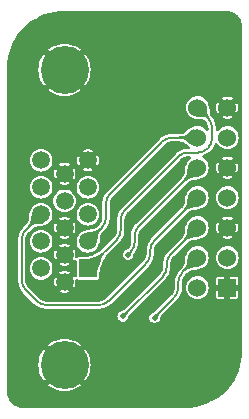
<source format=gbr>
%TF.GenerationSoftware,KiCad,Pcbnew,8.0.6*%
%TF.CreationDate,2024-11-06T21:47:19-05:00*%
%TF.ProjectId,VGA Input Board,56474120-496e-4707-9574-20426f617264,rev?*%
%TF.SameCoordinates,Original*%
%TF.FileFunction,Copper,L1,Top*%
%TF.FilePolarity,Positive*%
%FSLAX46Y46*%
G04 Gerber Fmt 4.6, Leading zero omitted, Abs format (unit mm)*
G04 Created by KiCad (PCBNEW 8.0.6) date 2024-11-06 21:47:19*
%MOMM*%
%LPD*%
G01*
G04 APERTURE LIST*
%TA.AperFunction,ComponentPad*%
%ADD10R,1.524000X1.524000*%
%TD*%
%TA.AperFunction,ComponentPad*%
%ADD11C,1.524000*%
%TD*%
%TA.AperFunction,ComponentPad*%
%ADD12R,1.500000X1.500000*%
%TD*%
%TA.AperFunction,ComponentPad*%
%ADD13C,1.500000*%
%TD*%
%TA.AperFunction,ComponentPad*%
%ADD14C,4.066000*%
%TD*%
%TA.AperFunction,ViaPad*%
%ADD15C,0.500000*%
%TD*%
%TA.AperFunction,Conductor*%
%ADD16C,0.200000*%
%TD*%
G04 APERTURE END LIST*
D10*
%TO.P,P2,1,GND*%
%TO.N,GND*%
X165920000Y-105640000D03*
D11*
%TO.P,P2,2,SCL*%
%TO.N,/SCL*%
X163380000Y-105640000D03*
%TO.P,P2,3,5V*%
%TO.N,+5V*%
X165920000Y-103100000D03*
%TO.P,P2,4,SDA*%
%TO.N,/SDA*%
X163380000Y-103100000D03*
%TO.P,P2,5,GND*%
%TO.N,GND*%
X165920000Y-100560000D03*
%TO.P,P2,6,VSync*%
%TO.N,/VSync*%
X163380000Y-100560000D03*
%TO.P,P2,7,5V*%
%TO.N,+5V*%
X165920000Y-98020000D03*
%TO.P,P2,8,HSync*%
%TO.N,/HSync*%
X163380000Y-98020000D03*
%TO.P,P2,9,GND*%
%TO.N,GND*%
X165920000Y-95480000D03*
%TO.P,P2,10,B*%
%TO.N,/B*%
X163380000Y-95480000D03*
%TO.P,P2,11,5V*%
%TO.N,+5V*%
X165920000Y-92940000D03*
%TO.P,P2,12,G*%
%TO.N,/G*%
X163380000Y-92940000D03*
%TO.P,P2,13,GND*%
%TO.N,GND*%
X165920000Y-90400000D03*
%TO.P,P2,14,R*%
%TO.N,/R*%
X163380000Y-90400000D03*
%TD*%
D12*
%TO.P,P1,1,Red*%
%TO.N,/R*%
X154120000Y-104020000D03*
D13*
%TO.P,P1,2,Green*%
%TO.N,/G*%
X154120000Y-101730000D03*
%TO.P,P1,3,Blue*%
%TO.N,/B*%
X154120000Y-99440000D03*
%TO.P,P1,4,ID2/RES*%
%TO.N,unconnected-(P1-ID2{slash}RES-Pad4)*%
X154120000Y-97150000D03*
%TO.P,P1,5,HSYNC_GND*%
%TO.N,GND*%
X154120000Y-94860000D03*
%TO.P,P1,6,Red_GND*%
X152140000Y-105165000D03*
%TO.P,P1,7,Green_GND*%
X152140000Y-102875000D03*
%TO.P,P1,8,Blue_GND*%
X152140000Y-100585000D03*
%TO.P,P1,9,+5V*%
%TO.N,+5V*%
X152140000Y-98295000D03*
%TO.P,P1,10,VSYNC_GND*%
%TO.N,GND*%
X152140000Y-96005000D03*
%TO.P,P1,11,ID0/RES*%
%TO.N,unconnected-(P1-ID0{slash}RES-Pad11)*%
X150160000Y-104020000D03*
%TO.P,P1,12,ID1/SDA*%
%TO.N,/SDA*%
X150160000Y-101730000D03*
%TO.P,P1,13,HSYNC*%
%TO.N,/HSync*%
X150160000Y-99440000D03*
%TO.P,P1,14,VSYNC*%
%TO.N,/VSync*%
X150160000Y-97150000D03*
%TO.P,P1,15,ID3/SCL*%
%TO.N,/SCL*%
X150160000Y-94860000D03*
D14*
%TO.P,P1,S1,SHIELD*%
%TO.N,GND*%
X152140000Y-112185000D03*
%TO.P,P1,S2,SHIELD*%
X152140000Y-87195000D03*
%TD*%
D15*
%TO.N,/B*%
X157520000Y-102840000D03*
%TO.N,/SDA*%
X159770000Y-108180000D03*
%TO.N,/VSync*%
X157070000Y-108080000D03*
%TD*%
D16*
%TO.N,/R*%
X157261472Y-99038528D02*
X161738528Y-94561472D01*
X164251472Y-93858528D02*
X164288528Y-93821472D01*
X164288528Y-91308528D02*
X163380000Y-90400000D01*
X154120000Y-104020000D02*
X156558528Y-101581472D01*
X164640000Y-92972944D02*
X164640000Y-92157056D01*
X156910000Y-100732944D02*
X156910000Y-99887056D01*
X162587056Y-94210000D02*
X163402944Y-94210000D01*
X161738528Y-94561472D02*
G75*
G02*
X162587056Y-94209969I848572J-848528D01*
G01*
X156558528Y-101581472D02*
G75*
G03*
X156910031Y-100732944I-848528J848572D01*
G01*
X164288528Y-91308528D02*
G75*
G02*
X164640031Y-92157056I-848528J-848572D01*
G01*
X157261472Y-99038528D02*
G75*
G03*
X156909969Y-99887056I848528J-848572D01*
G01*
X164288528Y-93821472D02*
G75*
G03*
X164640031Y-92972944I-848528J848572D01*
G01*
X164251472Y-93858528D02*
G75*
G02*
X163402944Y-94210031I-848572J848528D01*
G01*
%TO.N,/G*%
X161257056Y-92940000D02*
X163380000Y-92940000D01*
X154120000Y-101730000D02*
X155298528Y-100551472D01*
X156001472Y-97698528D02*
X160408528Y-93291472D01*
X155650000Y-99702944D02*
X155650000Y-98547056D01*
X155298528Y-100551472D02*
G75*
G03*
X155650031Y-99702944I-848528J848572D01*
G01*
X155650000Y-98547056D02*
G75*
G02*
X156001494Y-97698550I1200000J-44D01*
G01*
X160408528Y-93291472D02*
G75*
G02*
X161257056Y-92939969I848572J-848528D01*
G01*
%TO.N,/B*%
X163380000Y-95490000D02*
X163380000Y-95480000D01*
X157520000Y-102840000D02*
X157520000Y-102830000D01*
X158080000Y-101772944D02*
X158080000Y-101287056D01*
X158431472Y-100438528D02*
X163380000Y-95490000D01*
X157520000Y-102830000D02*
X157728528Y-102621472D01*
X158080000Y-101772944D02*
G75*
G02*
X157728506Y-102621450I-1200000J44D01*
G01*
X158080000Y-101287056D02*
G75*
G02*
X158431494Y-100438550I1200000J-44D01*
G01*
%TO.N,/SDA*%
X159770000Y-108180000D02*
X159770000Y-108140000D01*
X161770000Y-105642944D02*
X161770000Y-105207056D01*
X159770000Y-108140000D02*
X161418528Y-106491472D01*
X162121472Y-104358528D02*
X163380000Y-103100000D01*
X161770000Y-105207056D02*
G75*
G02*
X162121494Y-104358550I1200000J-44D01*
G01*
X161418528Y-106491472D02*
G75*
G03*
X161770031Y-105642944I-848528J848572D01*
G01*
%TO.N,/VSync*%
X161151472Y-102788528D02*
X163380000Y-100560000D01*
X157070000Y-108080000D02*
X160448528Y-104701472D01*
X160800000Y-103852944D02*
X160800000Y-103637056D01*
X160800000Y-103852944D02*
G75*
G02*
X160448506Y-104701450I-1200000J44D01*
G01*
X160800000Y-103637056D02*
G75*
G02*
X161151494Y-102788550I1200000J-44D01*
G01*
%TO.N,/HSync*%
X155022944Y-107120000D02*
X150617056Y-107120000D01*
X163380000Y-98020000D02*
X159741472Y-101658528D01*
X149768528Y-106768528D02*
X148871472Y-105871472D01*
X159390000Y-102507056D02*
X159390000Y-102752944D01*
X159038528Y-103601472D02*
X155871472Y-106768528D01*
X148871472Y-100728528D02*
X150160000Y-99440000D01*
X148520000Y-105022944D02*
X148520000Y-101577056D01*
X148520000Y-101577056D02*
G75*
G02*
X148871494Y-100728550I1200000J-44D01*
G01*
X148520000Y-105022944D02*
G75*
G03*
X148871494Y-105871450I1200000J44D01*
G01*
X159038528Y-103601472D02*
G75*
G03*
X159390031Y-102752944I-848528J848572D01*
G01*
X149768528Y-106768528D02*
G75*
G03*
X150617056Y-107120031I848572J848528D01*
G01*
X155871472Y-106768528D02*
G75*
G02*
X155022944Y-107120031I-848572J848528D01*
G01*
X159390000Y-102507056D02*
G75*
G02*
X159741494Y-101658550I1200000J-44D01*
G01*
%TD*%
%TA.AperFunction,Conductor*%
%TO.N,GND*%
G36*
X165830256Y-82220959D02*
G01*
X165840118Y-82220959D01*
X165875128Y-82220959D01*
X165884854Y-82221341D01*
X165897663Y-82222348D01*
X166073534Y-82236187D01*
X166092730Y-82239227D01*
X166272010Y-82282258D01*
X166290509Y-82288267D01*
X166305527Y-82294487D01*
X166460849Y-82358808D01*
X166478181Y-82367637D01*
X166635394Y-82463951D01*
X166651125Y-82475377D01*
X166736866Y-82548585D01*
X166791339Y-82595096D01*
X166805096Y-82608849D01*
X166924861Y-82749023D01*
X166936299Y-82764759D01*
X167032661Y-82921931D01*
X167041497Y-82939262D01*
X167112093Y-83109574D01*
X167118110Y-83128075D01*
X167161199Y-83307335D01*
X167164248Y-83326547D01*
X167179115Y-83514674D01*
X167179500Y-83524443D01*
X167179500Y-111017293D01*
X167179382Y-111022702D01*
X167161472Y-111432906D01*
X167160529Y-111443682D01*
X167107290Y-111848069D01*
X167105412Y-111858722D01*
X167017130Y-112256941D01*
X167014330Y-112267391D01*
X166891676Y-112656399D01*
X166887976Y-112666564D01*
X166731885Y-113043399D01*
X166727313Y-113053203D01*
X166538974Y-113415001D01*
X166533565Y-113424370D01*
X166314413Y-113768367D01*
X166308209Y-113777227D01*
X166059900Y-114100830D01*
X166052946Y-114109117D01*
X165777387Y-114409837D01*
X165769738Y-114417486D01*
X165469018Y-114693046D01*
X165460731Y-114700000D01*
X165137136Y-114948303D01*
X165128275Y-114954508D01*
X164784261Y-115173669D01*
X164774893Y-115179077D01*
X164413104Y-115367413D01*
X164403300Y-115371985D01*
X164026465Y-115528075D01*
X164016299Y-115531775D01*
X163627293Y-115654428D01*
X163616845Y-115657228D01*
X163218622Y-115745512D01*
X163207968Y-115747390D01*
X162803583Y-115800629D01*
X162792807Y-115801572D01*
X162384894Y-115819382D01*
X162379485Y-115819500D01*
X148584963Y-115819500D01*
X148575196Y-115819115D01*
X148554619Y-115817489D01*
X148386487Y-115804202D01*
X148367274Y-115801153D01*
X148187954Y-115758048D01*
X148169453Y-115752031D01*
X147999080Y-115681408D01*
X147981753Y-115672574D01*
X147824528Y-115576175D01*
X147808794Y-115564739D01*
X147668574Y-115444930D01*
X147654821Y-115431171D01*
X147535075Y-115290918D01*
X147523645Y-115275183D01*
X147427297Y-115117907D01*
X147418469Y-115100574D01*
X147347912Y-114930176D01*
X147341903Y-114911674D01*
X147334766Y-114881937D01*
X147298865Y-114732343D01*
X147295824Y-114713129D01*
X147294833Y-114700523D01*
X147280915Y-114523558D01*
X147280534Y-114513834D01*
X147280536Y-114479661D01*
X147280535Y-114479659D01*
X147280536Y-114467654D01*
X147280500Y-114467277D01*
X147280500Y-112185000D01*
X149932273Y-112185000D01*
X149951160Y-112473168D01*
X149951161Y-112473173D01*
X150007497Y-112756394D01*
X150007501Y-112756409D01*
X150100324Y-113029856D01*
X150100333Y-113029877D01*
X150228048Y-113288856D01*
X150228055Y-113288869D01*
X150388490Y-113528976D01*
X150413710Y-113557735D01*
X150845747Y-113125697D01*
X150919588Y-113227330D01*
X151097670Y-113405412D01*
X151199300Y-113479251D01*
X150767263Y-113911288D01*
X150767263Y-113911289D01*
X150796019Y-113936507D01*
X151036130Y-114096944D01*
X151036143Y-114096951D01*
X151295122Y-114224666D01*
X151295143Y-114224675D01*
X151568590Y-114317498D01*
X151568605Y-114317502D01*
X151851826Y-114373838D01*
X151851831Y-114373839D01*
X152140000Y-114392726D01*
X152428168Y-114373839D01*
X152428173Y-114373838D01*
X152711394Y-114317502D01*
X152711409Y-114317498D01*
X152984856Y-114224675D01*
X152984877Y-114224666D01*
X153243856Y-114096951D01*
X153243869Y-114096944D01*
X153483978Y-113936508D01*
X153483982Y-113936505D01*
X153512734Y-113911289D01*
X153512734Y-113911288D01*
X153080698Y-113479251D01*
X153182330Y-113405412D01*
X153360412Y-113227330D01*
X153434251Y-113125698D01*
X153866288Y-113557734D01*
X153866289Y-113557734D01*
X153891505Y-113528982D01*
X153891508Y-113528978D01*
X154051944Y-113288869D01*
X154051951Y-113288856D01*
X154179666Y-113029877D01*
X154179675Y-113029856D01*
X154272498Y-112756409D01*
X154272502Y-112756394D01*
X154328838Y-112473173D01*
X154328839Y-112473168D01*
X154347726Y-112185000D01*
X154328839Y-111896831D01*
X154328838Y-111896826D01*
X154272502Y-111613605D01*
X154272498Y-111613590D01*
X154179675Y-111340143D01*
X154179666Y-111340122D01*
X154051953Y-111081146D01*
X154051944Y-111081131D01*
X153891507Y-110841019D01*
X153866288Y-110812263D01*
X153434250Y-111244300D01*
X153360412Y-111142670D01*
X153182330Y-110964588D01*
X153080697Y-110890747D01*
X153512735Y-110458710D01*
X153483976Y-110433490D01*
X153243869Y-110273055D01*
X153243856Y-110273048D01*
X152984877Y-110145333D01*
X152984856Y-110145324D01*
X152711409Y-110052501D01*
X152711394Y-110052497D01*
X152428173Y-109996161D01*
X152428168Y-109996160D01*
X152140000Y-109977273D01*
X151851831Y-109996160D01*
X151851826Y-109996161D01*
X151568605Y-110052497D01*
X151568590Y-110052501D01*
X151295143Y-110145324D01*
X151295122Y-110145333D01*
X151036146Y-110273046D01*
X151036131Y-110273055D01*
X150796019Y-110433493D01*
X150796012Y-110433498D01*
X150767264Y-110458708D01*
X150767264Y-110458710D01*
X151199301Y-110890747D01*
X151097670Y-110964588D01*
X150919588Y-111142670D01*
X150845748Y-111244301D01*
X150413710Y-110812264D01*
X150413708Y-110812264D01*
X150388498Y-110841012D01*
X150388493Y-110841019D01*
X150228055Y-111081131D01*
X150228046Y-111081146D01*
X150100333Y-111340122D01*
X150100324Y-111340143D01*
X150007501Y-111613590D01*
X150007497Y-111613605D01*
X149951161Y-111896826D01*
X149951160Y-111896831D01*
X149932273Y-112185000D01*
X147280500Y-112185000D01*
X147280500Y-108080000D01*
X156614867Y-108080000D01*
X156633302Y-108208225D01*
X156678972Y-108308226D01*
X156687118Y-108326063D01*
X156771951Y-108423967D01*
X156880931Y-108494004D01*
X157005225Y-108530499D01*
X157005227Y-108530500D01*
X157005228Y-108530500D01*
X157134773Y-108530500D01*
X157134773Y-108530499D01*
X157259069Y-108494004D01*
X157368049Y-108423967D01*
X157452882Y-108326063D01*
X157480471Y-108265650D01*
X157487474Y-108252477D01*
X157498026Y-108235220D01*
X157505270Y-108215527D01*
X157518337Y-108180000D01*
X159314867Y-108180000D01*
X159333302Y-108308225D01*
X159386160Y-108423966D01*
X159387118Y-108426063D01*
X159471951Y-108523967D01*
X159580931Y-108594004D01*
X159705225Y-108630499D01*
X159705227Y-108630500D01*
X159705228Y-108630500D01*
X159834773Y-108630500D01*
X159834773Y-108630499D01*
X159959069Y-108594004D01*
X160068049Y-108523967D01*
X160152882Y-108426063D01*
X160184118Y-108357662D01*
X160189381Y-108347427D01*
X160199692Y-108329477D01*
X160230078Y-108239310D01*
X160233494Y-108228133D01*
X160233846Y-108226852D01*
X160236615Y-108215527D01*
X160252183Y-108142990D01*
X160253053Y-108139227D01*
X160259320Y-108113910D01*
X160285072Y-108063557D01*
X160320119Y-108022190D01*
X160322237Y-108018550D01*
X160341721Y-107993248D01*
X161658988Y-106675983D01*
X161658988Y-106675982D01*
X161664692Y-106670279D01*
X161664989Y-106669938D01*
X161700530Y-106634402D01*
X161820274Y-106478358D01*
X161918625Y-106308019D01*
X161993902Y-106126301D01*
X162044816Y-105936311D01*
X162070497Y-105741302D01*
X162070497Y-105696948D01*
X162070500Y-105696934D01*
X162070500Y-105640001D01*
X162070500Y-105640000D01*
X162412843Y-105640000D01*
X162431426Y-105828681D01*
X162431427Y-105828683D01*
X162486463Y-106010115D01*
X162486464Y-106010118D01*
X162486465Y-106010119D01*
X162486466Y-106010122D01*
X162575834Y-106177318D01*
X162575838Y-106177325D01*
X162696116Y-106323883D01*
X162842674Y-106444161D01*
X162842681Y-106444165D01*
X163009877Y-106533533D01*
X163009878Y-106533533D01*
X163009885Y-106533537D01*
X163191317Y-106588573D01*
X163191316Y-106588573D01*
X163208233Y-106590239D01*
X163380000Y-106607157D01*
X163568683Y-106588573D01*
X163750115Y-106533537D01*
X163917324Y-106444162D01*
X164063883Y-106323883D01*
X164184162Y-106177324D01*
X164273537Y-106010115D01*
X164328573Y-105828683D01*
X164347157Y-105640000D01*
X164328573Y-105451317D01*
X164273537Y-105269885D01*
X164270736Y-105264644D01*
X164184165Y-105102681D01*
X164184161Y-105102674D01*
X164063883Y-104956116D01*
X163948294Y-104861254D01*
X164988000Y-104861254D01*
X164988000Y-105390000D01*
X165486988Y-105390000D01*
X165454075Y-105447007D01*
X165420000Y-105574174D01*
X165420000Y-105705826D01*
X165454075Y-105832993D01*
X165486988Y-105890000D01*
X164988001Y-105890000D01*
X164988001Y-106418738D01*
X164997864Y-106468330D01*
X164997865Y-106468333D01*
X165035437Y-106524562D01*
X165091670Y-106562136D01*
X165091671Y-106562137D01*
X165141256Y-106571999D01*
X165669999Y-106571999D01*
X165670000Y-106571998D01*
X165670000Y-106073012D01*
X165727007Y-106105925D01*
X165854174Y-106140000D01*
X165985826Y-106140000D01*
X166112993Y-106105925D01*
X166170000Y-106073012D01*
X166170000Y-106571999D01*
X166698738Y-106571999D01*
X166748330Y-106562135D01*
X166748333Y-106562134D01*
X166804562Y-106524562D01*
X166842136Y-106468329D01*
X166842137Y-106468328D01*
X166851999Y-106418745D01*
X166852000Y-106418742D01*
X166852000Y-105890000D01*
X166353012Y-105890000D01*
X166385925Y-105832993D01*
X166420000Y-105705826D01*
X166420000Y-105574174D01*
X166385925Y-105447007D01*
X166353012Y-105390000D01*
X166851999Y-105390000D01*
X166851999Y-104861261D01*
X166842135Y-104811669D01*
X166842134Y-104811666D01*
X166804562Y-104755437D01*
X166748329Y-104717863D01*
X166748328Y-104717862D01*
X166698745Y-104708000D01*
X166170000Y-104708000D01*
X166170000Y-105206988D01*
X166112993Y-105174075D01*
X165985826Y-105140000D01*
X165854174Y-105140000D01*
X165727007Y-105174075D01*
X165670000Y-105206988D01*
X165670000Y-104708000D01*
X165141261Y-104708000D01*
X165091669Y-104717864D01*
X165091666Y-104717865D01*
X165035437Y-104755437D01*
X164997863Y-104811670D01*
X164997862Y-104811671D01*
X164988000Y-104861254D01*
X163948294Y-104861254D01*
X163917325Y-104835838D01*
X163917318Y-104835834D01*
X163750122Y-104746466D01*
X163750119Y-104746465D01*
X163750118Y-104746464D01*
X163750115Y-104746463D01*
X163568683Y-104691427D01*
X163568681Y-104691426D01*
X163568683Y-104691426D01*
X163380000Y-104672843D01*
X163191318Y-104691426D01*
X163104161Y-104717865D01*
X163009885Y-104746463D01*
X163009882Y-104746464D01*
X163009880Y-104746465D01*
X163009877Y-104746466D01*
X162842681Y-104835834D01*
X162842674Y-104835838D01*
X162696116Y-104956116D01*
X162575838Y-105102674D01*
X162575834Y-105102681D01*
X162486466Y-105269877D01*
X162486465Y-105269880D01*
X162486464Y-105269882D01*
X162486463Y-105269885D01*
X162474321Y-105309912D01*
X162431426Y-105451318D01*
X162412843Y-105640000D01*
X162070500Y-105640000D01*
X162070500Y-105630925D01*
X162070502Y-105595360D01*
X162070500Y-105595355D01*
X162070501Y-105586738D01*
X162070500Y-105586708D01*
X162070500Y-105211935D01*
X162070883Y-105202202D01*
X162080813Y-105076081D01*
X162083854Y-105056880D01*
X162112257Y-104938591D01*
X162118264Y-104920105D01*
X162164822Y-104807714D01*
X162173648Y-104790394D01*
X162237207Y-104686683D01*
X162248637Y-104670951D01*
X162331070Y-104574440D01*
X162337663Y-104567307D01*
X162367608Y-104537366D01*
X162367609Y-104537363D01*
X162375962Y-104529011D01*
X162375977Y-104528993D01*
X162481345Y-104423624D01*
X162504575Y-104406670D01*
X162504103Y-104405940D01*
X162509213Y-104402634D01*
X162509214Y-104402632D01*
X162509222Y-104402629D01*
X162720425Y-104234539D01*
X162754448Y-104215331D01*
X162890058Y-104164951D01*
X162920058Y-104157894D01*
X162990614Y-104150360D01*
X162990613Y-104150359D01*
X163068323Y-104142061D01*
X163068326Y-104142060D01*
X163076114Y-104141228D01*
X163076992Y-104141330D01*
X163103811Y-104138264D01*
X163103812Y-104138265D01*
X163361975Y-104108757D01*
X163380235Y-104105832D01*
X163382296Y-104105406D01*
X163400236Y-104100847D01*
X163718794Y-104004420D01*
X163728283Y-104001294D01*
X163729357Y-104000911D01*
X163729359Y-104000909D01*
X163735812Y-103998609D01*
X163735828Y-103998655D01*
X163744658Y-103995191D01*
X163750115Y-103993537D01*
X163917324Y-103904162D01*
X164063883Y-103783883D01*
X164184162Y-103637324D01*
X164273537Y-103470115D01*
X164328573Y-103288683D01*
X164347157Y-103100000D01*
X164952843Y-103100000D01*
X164971426Y-103288681D01*
X164971978Y-103290500D01*
X165026463Y-103470115D01*
X165026464Y-103470118D01*
X165026465Y-103470119D01*
X165026466Y-103470122D01*
X165115834Y-103637318D01*
X165115838Y-103637325D01*
X165236116Y-103783883D01*
X165382674Y-103904161D01*
X165382681Y-103904165D01*
X165549877Y-103993533D01*
X165549878Y-103993533D01*
X165549885Y-103993537D01*
X165731317Y-104048573D01*
X165731316Y-104048573D01*
X165748233Y-104050239D01*
X165920000Y-104067157D01*
X166108683Y-104048573D01*
X166290115Y-103993537D01*
X166457324Y-103904162D01*
X166603883Y-103783883D01*
X166724162Y-103637324D01*
X166813537Y-103470115D01*
X166868573Y-103288683D01*
X166887157Y-103100000D01*
X166868573Y-102911317D01*
X166813537Y-102729885D01*
X166813533Y-102729877D01*
X166724165Y-102562681D01*
X166724161Y-102562674D01*
X166603883Y-102416116D01*
X166457325Y-102295838D01*
X166457318Y-102295834D01*
X166290122Y-102206466D01*
X166290119Y-102206465D01*
X166290118Y-102206464D01*
X166290115Y-102206463D01*
X166108683Y-102151427D01*
X166108681Y-102151426D01*
X166108683Y-102151426D01*
X165920000Y-102132843D01*
X165731318Y-102151426D01*
X165632874Y-102181289D01*
X165549885Y-102206463D01*
X165549882Y-102206464D01*
X165549880Y-102206465D01*
X165549877Y-102206466D01*
X165382681Y-102295834D01*
X165382674Y-102295838D01*
X165236116Y-102416116D01*
X165115838Y-102562674D01*
X165115834Y-102562681D01*
X165026466Y-102729877D01*
X165026465Y-102729880D01*
X165026465Y-102729881D01*
X165026463Y-102729885D01*
X165014190Y-102770344D01*
X164971426Y-102911318D01*
X164952843Y-103100000D01*
X164347157Y-103100000D01*
X164328573Y-102911317D01*
X164273537Y-102729885D01*
X164273533Y-102729877D01*
X164184165Y-102562681D01*
X164184161Y-102562674D01*
X164063883Y-102416116D01*
X163917325Y-102295838D01*
X163917318Y-102295834D01*
X163750122Y-102206466D01*
X163750119Y-102206465D01*
X163750118Y-102206464D01*
X163750115Y-102206463D01*
X163568683Y-102151427D01*
X163568681Y-102151426D01*
X163568683Y-102151426D01*
X163380000Y-102132843D01*
X163191318Y-102151426D01*
X163092874Y-102181289D01*
X163009885Y-102206463D01*
X163009882Y-102206464D01*
X163009880Y-102206465D01*
X163009877Y-102206466D01*
X162842681Y-102295834D01*
X162842674Y-102295838D01*
X162696116Y-102416116D01*
X162575838Y-102562674D01*
X162575834Y-102562681D01*
X162486464Y-102729881D01*
X162482316Y-102743555D01*
X162477426Y-102755375D01*
X162477907Y-102755574D01*
X162475581Y-102761196D01*
X162379152Y-103079757D01*
X162374586Y-103097732D01*
X162374572Y-103097789D01*
X162374155Y-103099809D01*
X162371241Y-103118021D01*
X162342277Y-103371423D01*
X162342162Y-103372114D01*
X162341690Y-103376530D01*
X162341634Y-103377034D01*
X162341614Y-103377241D01*
X162322103Y-103559927D01*
X162315042Y-103589942D01*
X162264663Y-103725548D01*
X162245449Y-103759581D01*
X162140965Y-103890868D01*
X162140963Y-103890870D01*
X162077366Y-103970780D01*
X162074475Y-103975116D01*
X162074227Y-103974950D01*
X162056488Y-103998540D01*
X161875557Y-104179472D01*
X161875265Y-104179804D01*
X161839473Y-104215594D01*
X161839469Y-104215599D01*
X161719725Y-104371642D01*
X161621375Y-104541981D01*
X161621373Y-104541984D01*
X161546098Y-104723698D01*
X161495184Y-104913686D01*
X161469502Y-105108699D01*
X161469501Y-105161361D01*
X161469500Y-105161387D01*
X161469500Y-105207049D01*
X161469498Y-105264619D01*
X161469500Y-105264644D01*
X161469500Y-105638064D01*
X161469117Y-105647798D01*
X161459187Y-105773910D01*
X161456143Y-105793128D01*
X161427744Y-105911399D01*
X161421731Y-105929903D01*
X161375181Y-106042276D01*
X161366346Y-106059613D01*
X161302795Y-106163311D01*
X161291358Y-106179052D01*
X161208930Y-106275557D01*
X161202321Y-106282707D01*
X161180610Y-106304416D01*
X161177008Y-106308019D01*
X161168062Y-106316964D01*
X161168050Y-106316977D01*
X159909571Y-107575456D01*
X159887620Y-107592920D01*
X159879788Y-107597816D01*
X159879780Y-107597821D01*
X159826962Y-107647515D01*
X159816363Y-107656425D01*
X159793911Y-107673253D01*
X159777100Y-107683862D01*
X159766086Y-107689634D01*
X159766074Y-107689640D01*
X159758714Y-107693496D01*
X159747365Y-107698731D01*
X159694343Y-107720017D01*
X159693863Y-107720209D01*
X159609422Y-107753699D01*
X159607368Y-107754528D01*
X159607250Y-107754576D01*
X159602703Y-107756986D01*
X159583959Y-107764612D01*
X159580934Y-107765994D01*
X159471950Y-107836033D01*
X159387118Y-107933937D01*
X159387117Y-107933938D01*
X159333302Y-108051774D01*
X159314867Y-108180000D01*
X157518337Y-108180000D01*
X157530627Y-108146586D01*
X157531892Y-108142998D01*
X157532490Y-108141303D01*
X157532688Y-108140716D01*
X157534317Y-108135673D01*
X157553950Y-108072093D01*
X157556661Y-108064260D01*
X157565249Y-108041902D01*
X157575784Y-108020755D01*
X157583573Y-108008268D01*
X157596371Y-107991215D01*
X157640019Y-107942442D01*
X157644000Y-107935910D01*
X157662193Y-107912776D01*
X160688988Y-104885983D01*
X160688988Y-104885982D01*
X160694692Y-104880279D01*
X160694989Y-104879938D01*
X160730530Y-104844402D01*
X160850274Y-104688358D01*
X160948625Y-104518019D01*
X161023902Y-104336301D01*
X161074816Y-104146311D01*
X161100497Y-103951302D01*
X161100497Y-103906948D01*
X161100500Y-103906934D01*
X161100500Y-103847609D01*
X161100500Y-103847607D01*
X161100502Y-103805360D01*
X161100500Y-103805355D01*
X161100501Y-103796738D01*
X161100500Y-103796708D01*
X161100500Y-103641935D01*
X161100883Y-103632202D01*
X161103616Y-103597489D01*
X161110813Y-103506081D01*
X161113854Y-103486880D01*
X161142257Y-103368591D01*
X161148264Y-103350105D01*
X161194822Y-103237714D01*
X161203648Y-103220394D01*
X161267207Y-103116683D01*
X161278637Y-103100951D01*
X161361070Y-103004440D01*
X161367663Y-102997307D01*
X161397608Y-102967366D01*
X161397609Y-102967363D01*
X161405962Y-102959011D01*
X161405977Y-102958993D01*
X162481345Y-101883624D01*
X162504575Y-101866670D01*
X162504103Y-101865940D01*
X162509213Y-101862634D01*
X162509214Y-101862632D01*
X162509222Y-101862629D01*
X162720425Y-101694539D01*
X162754448Y-101675331D01*
X162890058Y-101624951D01*
X162920058Y-101617894D01*
X162990614Y-101610360D01*
X162990613Y-101610359D01*
X163068323Y-101602061D01*
X163068326Y-101602060D01*
X163076114Y-101601228D01*
X163076992Y-101601330D01*
X163103811Y-101598264D01*
X163103812Y-101598265D01*
X163361975Y-101568757D01*
X163380235Y-101565832D01*
X163382296Y-101565406D01*
X163400236Y-101560847D01*
X163718794Y-101464420D01*
X163728283Y-101461294D01*
X163729357Y-101460911D01*
X163729359Y-101460909D01*
X163735812Y-101458609D01*
X163735828Y-101458655D01*
X163744658Y-101455191D01*
X163750115Y-101453537D01*
X163917324Y-101364162D01*
X164063883Y-101243883D01*
X164184162Y-101097324D01*
X164273537Y-100930115D01*
X164328573Y-100748683D01*
X164347157Y-100560000D01*
X164982866Y-100560000D01*
X165003346Y-100754844D01*
X165063883Y-100941164D01*
X165108318Y-101018126D01*
X165108319Y-101018127D01*
X165437037Y-100689408D01*
X165454075Y-100752993D01*
X165519901Y-100867007D01*
X165612993Y-100960099D01*
X165727007Y-101025925D01*
X165790590Y-101042962D01*
X165458724Y-101374827D01*
X165630412Y-101451267D01*
X165822043Y-101492000D01*
X166017957Y-101492000D01*
X166209589Y-101451267D01*
X166209594Y-101451265D01*
X166381273Y-101374828D01*
X166381274Y-101374827D01*
X166049410Y-101042962D01*
X166112993Y-101025925D01*
X166227007Y-100960099D01*
X166320099Y-100867007D01*
X166385925Y-100752993D01*
X166402962Y-100689409D01*
X166731680Y-101018127D01*
X166731681Y-101018127D01*
X166776115Y-100941166D01*
X166836653Y-100754844D01*
X166857133Y-100560000D01*
X166836653Y-100365155D01*
X166776116Y-100178835D01*
X166731680Y-100101871D01*
X166402962Y-100430589D01*
X166385925Y-100367007D01*
X166320099Y-100252993D01*
X166227007Y-100159901D01*
X166112993Y-100094075D01*
X166049409Y-100077037D01*
X166381274Y-99745171D01*
X166209587Y-99668732D01*
X166209588Y-99668732D01*
X166017957Y-99628000D01*
X165822043Y-99628000D01*
X165630412Y-99668732D01*
X165458724Y-99745171D01*
X165790591Y-100077037D01*
X165727007Y-100094075D01*
X165612993Y-100159901D01*
X165519901Y-100252993D01*
X165454075Y-100367007D01*
X165437037Y-100430590D01*
X165108318Y-100101871D01*
X165108317Y-100101872D01*
X165063886Y-100178829D01*
X165063884Y-100178833D01*
X165003346Y-100365155D01*
X164982866Y-100560000D01*
X164347157Y-100560000D01*
X164328573Y-100371317D01*
X164273537Y-100189885D01*
X164273533Y-100189877D01*
X164184165Y-100022681D01*
X164184161Y-100022674D01*
X164063883Y-99876116D01*
X163917325Y-99755838D01*
X163917318Y-99755834D01*
X163750122Y-99666466D01*
X163750119Y-99666465D01*
X163750118Y-99666464D01*
X163750115Y-99666463D01*
X163568683Y-99611427D01*
X163568681Y-99611426D01*
X163568683Y-99611426D01*
X163380000Y-99592843D01*
X163191318Y-99611426D01*
X163084194Y-99643921D01*
X163009885Y-99666463D01*
X163009882Y-99666464D01*
X163009880Y-99666465D01*
X163009877Y-99666466D01*
X162842681Y-99755834D01*
X162842674Y-99755838D01*
X162696116Y-99876116D01*
X162575838Y-100022674D01*
X162575834Y-100022681D01*
X162486464Y-100189881D01*
X162482316Y-100203555D01*
X162477426Y-100215375D01*
X162477907Y-100215574D01*
X162475581Y-100221196D01*
X162379152Y-100539757D01*
X162374586Y-100557732D01*
X162374572Y-100557789D01*
X162374155Y-100559809D01*
X162371241Y-100578021D01*
X162342277Y-100831423D01*
X162342162Y-100832114D01*
X162341690Y-100836530D01*
X162341634Y-100837034D01*
X162341614Y-100837241D01*
X162322103Y-101019927D01*
X162315042Y-101049942D01*
X162264663Y-101185548D01*
X162245449Y-101219581D01*
X162140965Y-101350868D01*
X162140963Y-101350870D01*
X162077366Y-101430780D01*
X162074475Y-101435116D01*
X162074227Y-101434950D01*
X162056487Y-101458540D01*
X160905565Y-102609463D01*
X160905266Y-102609802D01*
X160869473Y-102645594D01*
X160869469Y-102645599D01*
X160749725Y-102801642D01*
X160651375Y-102971981D01*
X160651373Y-102971984D01*
X160576098Y-103153698D01*
X160525184Y-103343686D01*
X160499502Y-103538699D01*
X160499501Y-103591361D01*
X160499500Y-103591387D01*
X160499500Y-103597494D01*
X160499500Y-103637045D01*
X160499499Y-103679637D01*
X160499498Y-103694619D01*
X160499500Y-103694644D01*
X160499500Y-103848064D01*
X160499117Y-103857798D01*
X160489187Y-103983910D01*
X160486143Y-104003128D01*
X160457744Y-104121399D01*
X160451731Y-104139903D01*
X160405181Y-104252276D01*
X160396346Y-104269613D01*
X160332795Y-104373311D01*
X160321358Y-104389052D01*
X160238930Y-104485557D01*
X160232321Y-104492707D01*
X160210610Y-104514416D01*
X160207008Y-104518019D01*
X160198062Y-104526964D01*
X160198050Y-104526977D01*
X157236964Y-107488063D01*
X157212360Y-107507140D01*
X157207561Y-107509975D01*
X157207557Y-107509977D01*
X157158788Y-107553619D01*
X157141723Y-107566426D01*
X157129251Y-107574205D01*
X157108095Y-107584746D01*
X157085742Y-107593333D01*
X157077863Y-107596059D01*
X157014301Y-107615687D01*
X157009444Y-107617253D01*
X157008868Y-107617446D01*
X157003428Y-107619362D01*
X156914816Y-107651957D01*
X156911370Y-107653266D01*
X156910708Y-107653518D01*
X156910698Y-107653522D01*
X156910328Y-107653667D01*
X156904709Y-107656561D01*
X156904198Y-107655568D01*
X156882519Y-107665529D01*
X156880935Y-107665994D01*
X156880932Y-107665995D01*
X156880931Y-107665996D01*
X156829994Y-107698731D01*
X156771950Y-107736033D01*
X156687118Y-107833937D01*
X156687117Y-107833938D01*
X156633302Y-107951774D01*
X156614867Y-108080000D01*
X147280500Y-108080000D01*
X147280500Y-104971666D01*
X148219468Y-104971666D01*
X148219472Y-105121299D01*
X148219473Y-105121305D01*
X148245154Y-105316319D01*
X148256147Y-105357338D01*
X148296069Y-105506310D01*
X148371348Y-105688033D01*
X148469701Y-105858375D01*
X148469703Y-105858377D01*
X148589449Y-106014425D01*
X148589451Y-106014426D01*
X148631011Y-106055982D01*
X149589628Y-107014599D01*
X149589967Y-107014896D01*
X149625598Y-107050530D01*
X149781642Y-107170274D01*
X149951981Y-107268625D01*
X150133699Y-107343902D01*
X150323689Y-107394816D01*
X150518698Y-107420497D01*
X150565657Y-107420497D01*
X150565675Y-107420500D01*
X150577494Y-107420500D01*
X150617044Y-107420500D01*
X150617045Y-107420500D01*
X150664640Y-107420502D01*
X150664643Y-107420500D01*
X150674619Y-107420501D01*
X150674644Y-107420500D01*
X154965356Y-107420500D01*
X154965380Y-107420501D01*
X154971544Y-107420501D01*
X154971649Y-107420531D01*
X155022955Y-107420529D01*
X155022955Y-107420530D01*
X155121304Y-107420527D01*
X155316317Y-107394846D01*
X155506310Y-107343931D01*
X155688033Y-107268652D01*
X155858375Y-107170299D01*
X156014422Y-107050553D01*
X156060960Y-107004011D01*
X159278988Y-103785983D01*
X159284692Y-103780279D01*
X159284989Y-103779938D01*
X159320530Y-103744402D01*
X159440274Y-103588358D01*
X159538625Y-103418019D01*
X159613902Y-103236301D01*
X159664816Y-103046311D01*
X159690497Y-102851302D01*
X159690497Y-102806948D01*
X159690500Y-102806934D01*
X159690500Y-102744506D01*
X159690500Y-102743555D01*
X159690502Y-102705360D01*
X159690500Y-102705355D01*
X159690501Y-102696739D01*
X159690500Y-102696709D01*
X159690500Y-102511935D01*
X159690883Y-102502202D01*
X159691155Y-102498742D01*
X159700813Y-102376081D01*
X159703854Y-102356880D01*
X159732257Y-102238591D01*
X159738264Y-102220105D01*
X159784822Y-102107714D01*
X159793648Y-102090394D01*
X159857207Y-101986683D01*
X159868637Y-101970951D01*
X159951070Y-101874440D01*
X159957663Y-101867307D01*
X159987608Y-101837366D01*
X159987609Y-101837363D01*
X159995962Y-101829011D01*
X159995977Y-101828993D01*
X162481345Y-99343624D01*
X162504575Y-99326670D01*
X162504103Y-99325940D01*
X162509213Y-99322634D01*
X162509214Y-99322632D01*
X162509222Y-99322629D01*
X162720425Y-99154539D01*
X162754448Y-99135331D01*
X162890058Y-99084951D01*
X162920058Y-99077894D01*
X162990614Y-99070360D01*
X162990613Y-99070359D01*
X163068323Y-99062061D01*
X163068326Y-99062060D01*
X163076114Y-99061228D01*
X163076992Y-99061330D01*
X163103811Y-99058264D01*
X163103812Y-99058265D01*
X163361975Y-99028757D01*
X163380235Y-99025832D01*
X163382296Y-99025406D01*
X163400236Y-99020847D01*
X163718794Y-98924420D01*
X163728283Y-98921294D01*
X163729357Y-98920911D01*
X163729359Y-98920909D01*
X163735812Y-98918609D01*
X163735828Y-98918655D01*
X163744658Y-98915191D01*
X163750115Y-98913537D01*
X163917324Y-98824162D01*
X164063883Y-98703883D01*
X164184162Y-98557324D01*
X164273537Y-98390115D01*
X164328573Y-98208683D01*
X164347157Y-98020000D01*
X164952843Y-98020000D01*
X164971426Y-98208681D01*
X164971427Y-98208683D01*
X165026463Y-98390115D01*
X165026464Y-98390118D01*
X165026465Y-98390119D01*
X165026466Y-98390122D01*
X165115834Y-98557318D01*
X165115838Y-98557325D01*
X165236116Y-98703883D01*
X165382674Y-98824161D01*
X165382681Y-98824165D01*
X165549877Y-98913533D01*
X165549878Y-98913533D01*
X165549885Y-98913537D01*
X165731317Y-98968573D01*
X165731316Y-98968573D01*
X165748233Y-98970239D01*
X165920000Y-98987157D01*
X166108683Y-98968573D01*
X166290115Y-98913537D01*
X166457324Y-98824162D01*
X166603883Y-98703883D01*
X166724162Y-98557324D01*
X166813537Y-98390115D01*
X166868573Y-98208683D01*
X166887157Y-98020000D01*
X166868573Y-97831317D01*
X166813537Y-97649885D01*
X166813533Y-97649877D01*
X166724165Y-97482681D01*
X166724161Y-97482674D01*
X166603883Y-97336116D01*
X166457325Y-97215838D01*
X166457318Y-97215834D01*
X166290122Y-97126466D01*
X166290119Y-97126465D01*
X166290118Y-97126464D01*
X166290115Y-97126463D01*
X166108683Y-97071427D01*
X166108681Y-97071426D01*
X166108683Y-97071426D01*
X165920000Y-97052843D01*
X165731318Y-97071426D01*
X165624194Y-97103921D01*
X165549885Y-97126463D01*
X165549882Y-97126464D01*
X165549880Y-97126465D01*
X165549877Y-97126466D01*
X165382681Y-97215834D01*
X165382674Y-97215838D01*
X165236116Y-97336116D01*
X165115838Y-97482674D01*
X165115834Y-97482681D01*
X165026466Y-97649877D01*
X165026465Y-97649880D01*
X165026465Y-97649881D01*
X165026463Y-97649885D01*
X165003921Y-97724194D01*
X164971426Y-97831318D01*
X164952843Y-98020000D01*
X164347157Y-98020000D01*
X164328573Y-97831317D01*
X164273537Y-97649885D01*
X164273533Y-97649877D01*
X164184165Y-97482681D01*
X164184161Y-97482674D01*
X164063883Y-97336116D01*
X163917325Y-97215838D01*
X163917318Y-97215834D01*
X163750122Y-97126466D01*
X163750119Y-97126465D01*
X163750118Y-97126464D01*
X163750115Y-97126463D01*
X163568683Y-97071427D01*
X163568681Y-97071426D01*
X163568683Y-97071426D01*
X163380000Y-97052843D01*
X163191318Y-97071426D01*
X163084194Y-97103921D01*
X163009885Y-97126463D01*
X163009882Y-97126464D01*
X163009880Y-97126465D01*
X163009877Y-97126466D01*
X162842681Y-97215834D01*
X162842674Y-97215838D01*
X162696116Y-97336116D01*
X162575838Y-97482674D01*
X162575834Y-97482681D01*
X162486464Y-97649881D01*
X162482316Y-97663555D01*
X162477426Y-97675375D01*
X162477907Y-97675574D01*
X162475581Y-97681196D01*
X162379152Y-97999757D01*
X162374586Y-98017732D01*
X162374572Y-98017789D01*
X162374155Y-98019809D01*
X162371241Y-98038021D01*
X162342277Y-98291423D01*
X162342162Y-98292114D01*
X162341690Y-98296530D01*
X162341634Y-98297034D01*
X162341614Y-98297241D01*
X162322103Y-98479927D01*
X162315042Y-98509942D01*
X162264663Y-98645548D01*
X162245449Y-98679581D01*
X162140965Y-98810868D01*
X162140963Y-98810870D01*
X162077366Y-98890780D01*
X162074475Y-98895116D01*
X162074227Y-98894950D01*
X162056487Y-98918540D01*
X159495565Y-101479463D01*
X159495266Y-101479802D01*
X159459473Y-101515594D01*
X159459469Y-101515599D01*
X159339725Y-101671642D01*
X159241375Y-101841981D01*
X159241373Y-101841984D01*
X159166098Y-102023698D01*
X159115184Y-102213686D01*
X159089502Y-102408699D01*
X159089501Y-102461361D01*
X159089500Y-102461387D01*
X159089500Y-102507049D01*
X159089498Y-102564619D01*
X159089500Y-102564644D01*
X159089500Y-102748064D01*
X159089117Y-102757798D01*
X159079187Y-102883910D01*
X159076143Y-102903128D01*
X159047744Y-103021399D01*
X159041731Y-103039903D01*
X158995181Y-103152276D01*
X158986346Y-103169613D01*
X158922795Y-103273311D01*
X158911358Y-103289052D01*
X158828930Y-103385557D01*
X158822321Y-103392707D01*
X158820402Y-103394626D01*
X158797008Y-103418019D01*
X158788062Y-103426964D01*
X158788050Y-103426977D01*
X155696977Y-106518050D01*
X155696945Y-106518079D01*
X155662441Y-106552587D01*
X155655290Y-106559198D01*
X155559070Y-106641382D01*
X155543329Y-106652819D01*
X155439626Y-106716373D01*
X155422289Y-106725208D01*
X155309912Y-106771760D01*
X155291407Y-106777773D01*
X155173134Y-106806172D01*
X155153917Y-106809216D01*
X155028178Y-106819117D01*
X155018444Y-106819500D01*
X150621936Y-106819500D01*
X150612203Y-106819117D01*
X150486090Y-106809187D01*
X150466871Y-106806143D01*
X150348600Y-106777744D01*
X150330096Y-106771731D01*
X150217723Y-106725181D01*
X150200386Y-106716346D01*
X150096688Y-106652795D01*
X150080947Y-106641358D01*
X149984442Y-106558930D01*
X149977291Y-106552320D01*
X149958506Y-106533533D01*
X149947366Y-106522392D01*
X149947364Y-106522391D01*
X149941531Y-106516557D01*
X149941507Y-106516536D01*
X149124684Y-105699713D01*
X149124667Y-105699693D01*
X149117608Y-105692635D01*
X149117608Y-105692634D01*
X149087396Y-105662424D01*
X149080801Y-105655290D01*
X149067741Y-105640000D01*
X149011518Y-105574174D01*
X148998617Y-105559070D01*
X148987180Y-105543329D01*
X148943471Y-105472007D01*
X148923624Y-105439623D01*
X148914791Y-105422289D01*
X148901415Y-105390000D01*
X148868238Y-105309911D01*
X148862226Y-105291407D01*
X148857057Y-105269880D01*
X148833825Y-105173125D01*
X148830784Y-105153924D01*
X148820883Y-105028176D01*
X148820500Y-105018443D01*
X148820500Y-104020000D01*
X149204901Y-104020000D01*
X149223252Y-104206331D01*
X149223253Y-104206333D01*
X149277604Y-104385502D01*
X149365862Y-104550623D01*
X149365864Y-104550626D01*
X149484642Y-104695357D01*
X149629373Y-104814135D01*
X149629376Y-104814137D01*
X149763605Y-104885883D01*
X149794499Y-104902396D01*
X149913847Y-104938600D01*
X149973666Y-104956746D01*
X149973668Y-104956747D01*
X149990374Y-104958392D01*
X150160000Y-104975099D01*
X150346331Y-104956747D01*
X150525501Y-104902396D01*
X150690625Y-104814136D01*
X150835357Y-104695357D01*
X150954136Y-104550625D01*
X151042396Y-104385501D01*
X151096747Y-104206331D01*
X151115099Y-104020000D01*
X151096747Y-103833669D01*
X151042396Y-103654499D01*
X151042395Y-103654497D01*
X150954137Y-103489376D01*
X150954135Y-103489373D01*
X150835357Y-103344642D01*
X150690626Y-103225864D01*
X150690623Y-103225862D01*
X150525502Y-103137604D01*
X150346333Y-103083253D01*
X150346331Y-103083252D01*
X150160000Y-103064901D01*
X149973668Y-103083252D01*
X149973666Y-103083253D01*
X149794497Y-103137604D01*
X149629376Y-103225862D01*
X149629373Y-103225864D01*
X149484642Y-103344642D01*
X149365864Y-103489373D01*
X149365862Y-103489376D01*
X149277604Y-103654497D01*
X149223253Y-103833666D01*
X149223252Y-103833668D01*
X149204901Y-104020000D01*
X148820500Y-104020000D01*
X148820500Y-102875000D01*
X151214932Y-102875000D01*
X151235147Y-103067333D01*
X151235149Y-103067338D01*
X151294904Y-103251250D01*
X151294908Y-103251259D01*
X151337103Y-103324342D01*
X151657037Y-103004408D01*
X151674075Y-103067993D01*
X151739901Y-103182007D01*
X151832993Y-103275099D01*
X151947007Y-103340925D01*
X152010590Y-103357962D01*
X151687814Y-103680738D01*
X151687814Y-103680739D01*
X151854133Y-103754790D01*
X151854138Y-103754792D01*
X152043305Y-103795000D01*
X152236695Y-103795000D01*
X152425861Y-103754792D01*
X152425866Y-103754790D01*
X152592184Y-103680739D01*
X152592184Y-103680738D01*
X152269409Y-103357962D01*
X152332993Y-103340925D01*
X152447007Y-103275099D01*
X152540099Y-103182007D01*
X152605925Y-103067993D01*
X152622962Y-103004409D01*
X152942895Y-103324342D01*
X152947425Y-103323745D01*
X152988681Y-103284410D01*
X153057288Y-103271188D01*
X153122152Y-103297156D01*
X153162680Y-103354070D01*
X153169500Y-103394626D01*
X153169500Y-104645372D01*
X153149815Y-104712411D01*
X153097011Y-104758166D01*
X153027853Y-104768110D01*
X152964297Y-104739085D01*
X152945203Y-104715960D01*
X152942895Y-104715656D01*
X152622962Y-105035589D01*
X152605925Y-104972007D01*
X152540099Y-104857993D01*
X152447007Y-104764901D01*
X152332993Y-104699075D01*
X152269409Y-104682037D01*
X152592185Y-104359260D01*
X152425859Y-104285207D01*
X152425861Y-104285207D01*
X152236695Y-104245000D01*
X152043305Y-104245000D01*
X151854139Y-104285207D01*
X151687813Y-104359260D01*
X152010591Y-104682037D01*
X151947007Y-104699075D01*
X151832993Y-104764901D01*
X151739901Y-104857993D01*
X151674075Y-104972007D01*
X151657037Y-105035590D01*
X151337103Y-104715657D01*
X151294907Y-104788742D01*
X151235148Y-104972664D01*
X151235147Y-104972666D01*
X151214932Y-105165000D01*
X151235147Y-105357333D01*
X151235149Y-105357338D01*
X151294904Y-105541250D01*
X151294908Y-105541259D01*
X151337103Y-105614342D01*
X151657037Y-105294408D01*
X151674075Y-105357993D01*
X151739901Y-105472007D01*
X151832993Y-105565099D01*
X151947007Y-105630925D01*
X152010590Y-105647962D01*
X151687814Y-105970738D01*
X151687814Y-105970739D01*
X151854133Y-106044790D01*
X151854138Y-106044792D01*
X152043305Y-106085000D01*
X152236695Y-106085000D01*
X152425861Y-106044792D01*
X152425866Y-106044790D01*
X152592184Y-105970739D01*
X152592184Y-105970738D01*
X152269409Y-105647962D01*
X152332993Y-105630925D01*
X152447007Y-105565099D01*
X152540099Y-105472007D01*
X152605925Y-105357993D01*
X152622962Y-105294409D01*
X152942895Y-105614342D01*
X152942896Y-105614341D01*
X152985092Y-105541258D01*
X153044850Y-105357338D01*
X153044852Y-105357333D01*
X153065067Y-105165000D01*
X153052280Y-105043341D01*
X153064849Y-104974611D01*
X153112581Y-104923587D01*
X153180321Y-104906469D01*
X153244491Y-104927276D01*
X153291769Y-104958867D01*
X153291771Y-104958867D01*
X153291772Y-104958868D01*
X153291770Y-104958868D01*
X153350247Y-104970499D01*
X153350250Y-104970500D01*
X153350252Y-104970500D01*
X154889750Y-104970500D01*
X154889751Y-104970499D01*
X154908812Y-104966708D01*
X154948229Y-104958868D01*
X154948229Y-104958867D01*
X154948231Y-104958867D01*
X155014552Y-104914552D01*
X155058867Y-104848231D01*
X155058867Y-104848229D01*
X155058868Y-104848229D01*
X155070499Y-104789752D01*
X155070500Y-104789750D01*
X155070500Y-104397159D01*
X155076217Y-104359943D01*
X155104638Y-104269613D01*
X155184658Y-104015287D01*
X155185884Y-104011598D01*
X155302221Y-103679586D01*
X155303892Y-103675104D01*
X155418751Y-103384575D01*
X155421118Y-103378995D01*
X155533707Y-103130738D01*
X155537137Y-103123767D01*
X155637396Y-102935231D01*
X155659192Y-102905777D01*
X156798988Y-101765983D01*
X156798988Y-101765982D01*
X156804692Y-101760279D01*
X156804989Y-101759938D01*
X156840530Y-101724402D01*
X156960274Y-101568358D01*
X157058625Y-101398019D01*
X157133902Y-101216301D01*
X157184816Y-101026311D01*
X157210497Y-100831302D01*
X157210497Y-100786948D01*
X157210500Y-100786934D01*
X157210500Y-100725599D01*
X157210500Y-100725596D01*
X157210502Y-100685360D01*
X157210500Y-100685355D01*
X157210501Y-100676738D01*
X157210500Y-100676708D01*
X157210500Y-99891935D01*
X157210883Y-99882202D01*
X157213919Y-99843643D01*
X157220813Y-99756081D01*
X157223854Y-99736880D01*
X157252257Y-99618591D01*
X157258264Y-99600105D01*
X157304822Y-99487714D01*
X157313648Y-99470394D01*
X157377207Y-99366683D01*
X157388637Y-99350951D01*
X157471070Y-99254440D01*
X157477663Y-99247307D01*
X157507608Y-99217366D01*
X157507609Y-99217363D01*
X157515962Y-99209011D01*
X157515977Y-99208993D01*
X161908993Y-94815977D01*
X161909011Y-94815962D01*
X161917362Y-94807609D01*
X161917366Y-94807608D01*
X161947586Y-94777384D01*
X161954693Y-94770815D01*
X162050934Y-94688613D01*
X162066665Y-94677183D01*
X162170381Y-94613621D01*
X162187701Y-94604795D01*
X162300092Y-94558237D01*
X162318587Y-94552227D01*
X162436876Y-94523825D01*
X162456073Y-94520784D01*
X162569528Y-94511850D01*
X162581823Y-94510883D01*
X162591556Y-94510500D01*
X162697584Y-94510500D01*
X162764623Y-94530185D01*
X162810378Y-94582989D01*
X162820322Y-94652147D01*
X162791297Y-94715703D01*
X162776249Y-94730353D01*
X162696116Y-94796116D01*
X162575838Y-94942674D01*
X162575834Y-94942681D01*
X162486464Y-95109881D01*
X162486463Y-95109883D01*
X162482125Y-95124184D01*
X162477322Y-95135830D01*
X162477787Y-95136022D01*
X162475473Y-95141651D01*
X162379580Y-95460839D01*
X162374989Y-95479134D01*
X162374987Y-95479143D01*
X162374556Y-95481273D01*
X162371650Y-95500048D01*
X162371645Y-95500081D01*
X162343718Y-95759236D01*
X162343513Y-95761219D01*
X162325643Y-95943993D01*
X162318779Y-95974266D01*
X162269685Y-96109404D01*
X162250320Y-96144081D01*
X162083074Y-96355115D01*
X162080198Y-96359445D01*
X162079911Y-96359254D01*
X162062244Y-96382783D01*
X158185565Y-100259463D01*
X158185266Y-100259802D01*
X158149473Y-100295594D01*
X158149469Y-100295599D01*
X158029725Y-100451642D01*
X157931375Y-100621981D01*
X157931373Y-100621984D01*
X157856098Y-100803698D01*
X157805184Y-100993686D01*
X157779502Y-101188699D01*
X157779501Y-101241361D01*
X157779500Y-101241387D01*
X157779500Y-101247494D01*
X157779500Y-101276556D01*
X157779500Y-101287045D01*
X157779500Y-101299112D01*
X157779498Y-101344619D01*
X157779500Y-101344644D01*
X157779500Y-101768064D01*
X157779117Y-101777798D01*
X157769187Y-101903910D01*
X157766143Y-101923128D01*
X157737744Y-102041399D01*
X157731731Y-102059903D01*
X157685181Y-102172276D01*
X157676346Y-102189613D01*
X157612795Y-102293311D01*
X157601360Y-102309050D01*
X157582351Y-102331306D01*
X157569772Y-102346032D01*
X157511267Y-102384225D01*
X157475484Y-102389500D01*
X157455226Y-102389500D01*
X157330935Y-102425994D01*
X157330932Y-102425995D01*
X157330931Y-102425996D01*
X157312223Y-102438019D01*
X157221950Y-102496033D01*
X157137118Y-102593937D01*
X157137117Y-102593938D01*
X157083302Y-102711774D01*
X157064867Y-102840000D01*
X157083302Y-102968225D01*
X157135834Y-103083252D01*
X157137118Y-103086063D01*
X157221951Y-103183967D01*
X157330931Y-103254004D01*
X157455225Y-103290499D01*
X157455227Y-103290500D01*
X157455228Y-103290500D01*
X157584773Y-103290500D01*
X157584773Y-103290499D01*
X157709069Y-103254004D01*
X157818049Y-103183967D01*
X157902882Y-103086063D01*
X157956697Y-102968226D01*
X157975133Y-102840000D01*
X157975132Y-102839996D01*
X157976009Y-102833900D01*
X158005033Y-102770344D01*
X158009927Y-102765088D01*
X158010527Y-102764405D01*
X158010527Y-102764404D01*
X158010530Y-102764402D01*
X158130274Y-102608358D01*
X158228625Y-102438019D01*
X158303902Y-102256301D01*
X158354816Y-102066311D01*
X158380497Y-101871302D01*
X158380497Y-101826948D01*
X158380500Y-101826934D01*
X158380500Y-101765984D01*
X158380500Y-101759926D01*
X158380502Y-101725360D01*
X158380500Y-101725355D01*
X158380501Y-101716738D01*
X158380500Y-101716708D01*
X158380500Y-101291935D01*
X158380883Y-101282202D01*
X158382324Y-101263900D01*
X158390813Y-101156081D01*
X158393854Y-101136880D01*
X158422257Y-101018591D01*
X158428264Y-101000105D01*
X158474822Y-100887714D01*
X158483648Y-100870394D01*
X158547207Y-100766683D01*
X158558637Y-100750951D01*
X158641070Y-100654440D01*
X158647663Y-100647307D01*
X158677608Y-100617366D01*
X158677609Y-100617363D01*
X158685962Y-100609011D01*
X158685977Y-100608993D01*
X162487561Y-96807408D01*
X162510831Y-96790393D01*
X162510385Y-96789706D01*
X162515481Y-96786397D01*
X162515492Y-96786392D01*
X162726287Y-96618044D01*
X162759775Y-96598967D01*
X162895319Y-96547688D01*
X162925104Y-96540471D01*
X163081113Y-96522641D01*
X163105919Y-96519807D01*
X163105919Y-96519809D01*
X163106469Y-96519745D01*
X163180361Y-96511624D01*
X163182844Y-96510602D01*
X163364339Y-96488875D01*
X163382262Y-96485921D01*
X163384280Y-96485496D01*
X163401805Y-96480991D01*
X163719160Y-96384332D01*
X163728437Y-96381264D01*
X163729492Y-96380887D01*
X163729496Y-96380884D01*
X163735948Y-96378580D01*
X163735964Y-96378625D01*
X163744884Y-96375123D01*
X163750115Y-96373537D01*
X163917324Y-96284162D01*
X164063883Y-96163883D01*
X164184162Y-96017324D01*
X164273537Y-95850115D01*
X164328573Y-95668683D01*
X164347157Y-95480000D01*
X164982866Y-95480000D01*
X165003346Y-95674844D01*
X165063883Y-95861164D01*
X165108318Y-95938126D01*
X165108319Y-95938127D01*
X165437037Y-95609408D01*
X165454075Y-95672993D01*
X165519901Y-95787007D01*
X165612993Y-95880099D01*
X165727007Y-95945925D01*
X165790590Y-95962962D01*
X165458724Y-96294827D01*
X165630412Y-96371267D01*
X165822043Y-96412000D01*
X166017957Y-96412000D01*
X166209589Y-96371267D01*
X166209594Y-96371265D01*
X166381273Y-96294828D01*
X166381274Y-96294827D01*
X166049410Y-95962962D01*
X166112993Y-95945925D01*
X166227007Y-95880099D01*
X166320099Y-95787007D01*
X166385925Y-95672993D01*
X166402962Y-95609409D01*
X166731680Y-95938127D01*
X166731681Y-95938127D01*
X166776115Y-95861166D01*
X166836653Y-95674844D01*
X166857133Y-95480000D01*
X166836653Y-95285155D01*
X166776116Y-95098835D01*
X166731680Y-95021871D01*
X166402962Y-95350589D01*
X166385925Y-95287007D01*
X166320099Y-95172993D01*
X166227007Y-95079901D01*
X166112993Y-95014075D01*
X166049409Y-94997037D01*
X166381274Y-94665171D01*
X166209587Y-94588732D01*
X166209588Y-94588732D01*
X166017957Y-94548000D01*
X165822043Y-94548000D01*
X165630412Y-94588732D01*
X165458724Y-94665171D01*
X165790591Y-94997037D01*
X165727007Y-95014075D01*
X165612993Y-95079901D01*
X165519901Y-95172993D01*
X165454075Y-95287007D01*
X165437037Y-95350590D01*
X165108318Y-95021871D01*
X165108317Y-95021872D01*
X165063886Y-95098829D01*
X165063884Y-95098833D01*
X165003346Y-95285155D01*
X164982866Y-95480000D01*
X164347157Y-95480000D01*
X164328573Y-95291317D01*
X164273537Y-95109885D01*
X164267630Y-95098833D01*
X164184165Y-94942681D01*
X164184161Y-94942674D01*
X164063883Y-94796116D01*
X163932895Y-94688617D01*
X163917324Y-94675838D01*
X163880019Y-94655898D01*
X163830176Y-94606936D01*
X163814715Y-94538799D01*
X163838546Y-94473119D01*
X163891013Y-94431982D01*
X164068033Y-94358652D01*
X164238375Y-94260299D01*
X164394422Y-94140553D01*
X164440960Y-94094011D01*
X164528988Y-94005983D01*
X164528989Y-94005980D01*
X164534699Y-94000271D01*
X164534989Y-93999938D01*
X164570530Y-93964402D01*
X164690274Y-93808358D01*
X164788625Y-93638019D01*
X164863902Y-93456301D01*
X164863905Y-93456286D01*
X164865207Y-93452457D01*
X164866987Y-93453061D01*
X164899313Y-93399885D01*
X164962124Y-93369281D01*
X165031509Y-93377492D01*
X165085440Y-93421913D01*
X165092191Y-93433085D01*
X165115836Y-93477321D01*
X165115838Y-93477325D01*
X165236116Y-93623883D01*
X165382674Y-93744161D01*
X165382681Y-93744165D01*
X165549877Y-93833533D01*
X165549878Y-93833533D01*
X165549885Y-93833537D01*
X165731317Y-93888573D01*
X165731316Y-93888573D01*
X165748233Y-93890239D01*
X165920000Y-93907157D01*
X166108683Y-93888573D01*
X166290115Y-93833537D01*
X166457324Y-93744162D01*
X166603883Y-93623883D01*
X166724162Y-93477324D01*
X166813537Y-93310115D01*
X166868573Y-93128683D01*
X166887157Y-92940000D01*
X166868573Y-92751317D01*
X166813537Y-92569885D01*
X166724162Y-92402676D01*
X166724161Y-92402674D01*
X166603883Y-92256116D01*
X166457325Y-92135838D01*
X166457318Y-92135834D01*
X166290122Y-92046466D01*
X166290119Y-92046465D01*
X166290118Y-92046464D01*
X166290115Y-92046463D01*
X166108683Y-91991427D01*
X166108681Y-91991426D01*
X166108683Y-91991426D01*
X165920000Y-91972843D01*
X165731318Y-91991426D01*
X165649149Y-92016352D01*
X165549885Y-92046463D01*
X165549882Y-92046464D01*
X165549880Y-92046465D01*
X165549877Y-92046466D01*
X165382681Y-92135834D01*
X165382674Y-92135838D01*
X165236116Y-92256116D01*
X165160353Y-92348434D01*
X165102607Y-92387768D01*
X165032762Y-92389639D01*
X164972994Y-92353451D01*
X164942278Y-92290695D01*
X164940500Y-92269769D01*
X164940500Y-92214644D01*
X164940501Y-92214619D01*
X164940501Y-92208455D01*
X164940531Y-92208349D01*
X164940529Y-92151821D01*
X164940527Y-92058696D01*
X164914846Y-91863683D01*
X164863931Y-91673690D01*
X164788652Y-91491967D01*
X164690299Y-91321625D01*
X164647139Y-91265381D01*
X164631312Y-91235020D01*
X164630475Y-91235379D01*
X164628078Y-91229784D01*
X164613986Y-91204165D01*
X164499512Y-90996052D01*
X164488875Y-90970153D01*
X164445041Y-90815701D01*
X164441097Y-90795613D01*
X164436399Y-90753553D01*
X164421615Y-90621202D01*
X164421118Y-90617124D01*
X164421059Y-90616677D01*
X164420524Y-90612895D01*
X164388387Y-90400000D01*
X164982866Y-90400000D01*
X165003346Y-90594844D01*
X165063883Y-90781164D01*
X165108318Y-90858126D01*
X165108319Y-90858127D01*
X165437037Y-90529408D01*
X165454075Y-90592993D01*
X165519901Y-90707007D01*
X165612993Y-90800099D01*
X165727007Y-90865925D01*
X165790590Y-90882962D01*
X165458724Y-91214827D01*
X165630412Y-91291267D01*
X165822043Y-91332000D01*
X166017957Y-91332000D01*
X166209589Y-91291267D01*
X166209594Y-91291265D01*
X166381273Y-91214828D01*
X166381274Y-91214827D01*
X166049410Y-90882962D01*
X166112993Y-90865925D01*
X166227007Y-90800099D01*
X166320099Y-90707007D01*
X166385925Y-90592993D01*
X166402962Y-90529409D01*
X166731680Y-90858127D01*
X166731681Y-90858127D01*
X166776115Y-90781166D01*
X166836653Y-90594844D01*
X166857133Y-90400000D01*
X166836653Y-90205155D01*
X166776116Y-90018835D01*
X166731680Y-89941871D01*
X166402962Y-90270589D01*
X166385925Y-90207007D01*
X166320099Y-90092993D01*
X166227007Y-89999901D01*
X166112993Y-89934075D01*
X166049409Y-89917037D01*
X166381274Y-89585171D01*
X166209587Y-89508732D01*
X166209588Y-89508732D01*
X166017957Y-89468000D01*
X165822043Y-89468000D01*
X165630412Y-89508732D01*
X165458724Y-89585171D01*
X165790591Y-89917037D01*
X165727007Y-89934075D01*
X165612993Y-89999901D01*
X165519901Y-90092993D01*
X165454075Y-90207007D01*
X165437037Y-90270590D01*
X165108318Y-89941871D01*
X165108317Y-89941872D01*
X165063886Y-90018829D01*
X165063884Y-90018833D01*
X165003346Y-90205155D01*
X164982866Y-90400000D01*
X164388387Y-90400000D01*
X164385835Y-90383096D01*
X164382667Y-90366671D01*
X164382230Y-90364815D01*
X164382226Y-90364797D01*
X164377724Y-90348661D01*
X164295000Y-90092993D01*
X164283411Y-90057174D01*
X164280736Y-90049435D01*
X164280419Y-90048574D01*
X164280418Y-90048573D01*
X164278107Y-90042294D01*
X164278208Y-90042256D01*
X164274302Y-90032407D01*
X164273537Y-90029885D01*
X164267630Y-90018833D01*
X164184165Y-89862681D01*
X164184161Y-89862674D01*
X164063883Y-89716116D01*
X163917325Y-89595838D01*
X163917318Y-89595834D01*
X163750122Y-89506466D01*
X163750119Y-89506465D01*
X163750118Y-89506464D01*
X163750115Y-89506463D01*
X163568683Y-89451427D01*
X163568681Y-89451426D01*
X163568683Y-89451426D01*
X163380000Y-89432843D01*
X163191318Y-89451426D01*
X163084194Y-89483921D01*
X163009885Y-89506463D01*
X163009882Y-89506464D01*
X163009880Y-89506465D01*
X163009877Y-89506466D01*
X162842681Y-89595834D01*
X162842674Y-89595838D01*
X162696116Y-89716116D01*
X162575838Y-89862674D01*
X162575834Y-89862681D01*
X162486466Y-90029877D01*
X162486465Y-90029880D01*
X162486464Y-90029882D01*
X162486463Y-90029885D01*
X162480794Y-90048574D01*
X162431426Y-90211318D01*
X162412843Y-90400000D01*
X162431426Y-90588681D01*
X162439919Y-90616677D01*
X162486463Y-90770115D01*
X162486464Y-90770118D01*
X162486465Y-90770119D01*
X162486466Y-90770122D01*
X162575834Y-90937318D01*
X162575838Y-90937325D01*
X162696116Y-91083883D01*
X162842674Y-91204161D01*
X162842681Y-91204165D01*
X163009877Y-91293533D01*
X163009879Y-91293534D01*
X163009885Y-91293537D01*
X163032941Y-91300531D01*
X163041601Y-91303158D01*
X163047191Y-91305000D01*
X163051941Y-91306691D01*
X163051946Y-91306692D01*
X163051948Y-91306693D01*
X163056173Y-91307743D01*
X163062214Y-91309410D01*
X163191317Y-91348573D01*
X163230256Y-91352407D01*
X163248037Y-91355478D01*
X163349964Y-91380838D01*
X163375596Y-91385513D01*
X163378532Y-91385858D01*
X163404466Y-91387253D01*
X163629081Y-91385120D01*
X163661118Y-91384816D01*
X163661140Y-91384815D01*
X163661210Y-91384815D01*
X163663401Y-91384782D01*
X163663649Y-91384777D01*
X163665812Y-91384722D01*
X163831224Y-91379644D01*
X163872650Y-91385430D01*
X163873992Y-91385858D01*
X163941894Y-91407479D01*
X163993988Y-91440036D01*
X164114627Y-91566478D01*
X164119199Y-91571542D01*
X164161382Y-91620929D01*
X164172819Y-91636670D01*
X164236373Y-91740373D01*
X164245208Y-91757710D01*
X164291760Y-91870087D01*
X164297773Y-91888592D01*
X164326172Y-92006865D01*
X164329216Y-92026082D01*
X164339117Y-92151821D01*
X164339500Y-92161555D01*
X164339500Y-92245399D01*
X164319815Y-92312438D01*
X164267011Y-92358193D01*
X164197853Y-92368137D01*
X164134297Y-92339112D01*
X164119647Y-92324064D01*
X164063883Y-92256116D01*
X163917325Y-92135838D01*
X163917318Y-92135834D01*
X163750122Y-92046466D01*
X163750119Y-92046465D01*
X163750118Y-92046464D01*
X163750115Y-92046463D01*
X163568683Y-91991427D01*
X163568681Y-91991426D01*
X163568683Y-91991426D01*
X163380000Y-91972843D01*
X163191318Y-91991426D01*
X163009881Y-92046464D01*
X162997285Y-92053197D01*
X162985468Y-92058099D01*
X162985668Y-92058579D01*
X162980049Y-92060909D01*
X162686587Y-92217992D01*
X162670737Y-92227414D01*
X162669027Y-92228537D01*
X162653936Y-92239457D01*
X162454225Y-92398200D01*
X162453658Y-92398605D01*
X162450250Y-92401355D01*
X162449693Y-92401801D01*
X162449509Y-92401953D01*
X162306727Y-92517177D01*
X162280512Y-92533406D01*
X162149009Y-92593668D01*
X162111357Y-92604147D01*
X161843161Y-92634635D01*
X161838043Y-92635658D01*
X161837984Y-92635363D01*
X161808773Y-92639500D01*
X161314644Y-92639500D01*
X161314620Y-92639498D01*
X161308435Y-92639498D01*
X161308332Y-92639468D01*
X161158700Y-92639472D01*
X161158694Y-92639473D01*
X160963680Y-92665154D01*
X160773689Y-92716069D01*
X160591969Y-92791347D01*
X160421622Y-92889703D01*
X160265574Y-93009449D01*
X160265573Y-93009451D01*
X160224022Y-93051007D01*
X155755565Y-97519464D01*
X155755266Y-97519802D01*
X155719473Y-97555594D01*
X155719469Y-97555599D01*
X155599725Y-97711642D01*
X155501375Y-97881981D01*
X155501373Y-97881984D01*
X155426098Y-98063698D01*
X155375184Y-98253686D01*
X155349502Y-98448699D01*
X155349501Y-98501361D01*
X155349500Y-98501387D01*
X155349500Y-98547049D01*
X155349498Y-98604619D01*
X155349500Y-98604644D01*
X155349500Y-99698064D01*
X155349117Y-99707798D01*
X155339187Y-99833910D01*
X155336143Y-99853128D01*
X155307744Y-99971399D01*
X155301731Y-99989903D01*
X155255181Y-100102276D01*
X155246346Y-100119613D01*
X155182795Y-100223311D01*
X155171358Y-100239052D01*
X155088930Y-100335557D01*
X155082321Y-100342707D01*
X155060610Y-100364416D01*
X155057008Y-100368019D01*
X155048062Y-100376964D01*
X155048050Y-100376977D01*
X155001629Y-100423398D01*
X154978385Y-100440379D01*
X154978848Y-100441094D01*
X154973732Y-100444404D01*
X154766667Y-100609341D01*
X154732767Y-100628523D01*
X154634057Y-100665362D01*
X154600637Y-100677834D01*
X154570679Y-100684935D01*
X154392200Y-100704330D01*
X154390948Y-100704471D01*
X154136887Y-100733853D01*
X154136852Y-100733858D01*
X154118694Y-100736789D01*
X154118670Y-100736794D01*
X154116652Y-100737213D01*
X154098823Y-100741759D01*
X153785704Y-100836687D01*
X153775962Y-100839907D01*
X153768496Y-100842582D01*
X153768482Y-100842544D01*
X153759351Y-100846131D01*
X153754501Y-100847602D01*
X153754498Y-100847603D01*
X153589376Y-100935862D01*
X153589373Y-100935864D01*
X153444642Y-101054642D01*
X153325864Y-101199373D01*
X153325862Y-101199376D01*
X153237604Y-101364497D01*
X153183253Y-101543666D01*
X153183252Y-101543668D01*
X153164901Y-101730000D01*
X153183252Y-101916331D01*
X153183253Y-101916333D01*
X153237604Y-102095502D01*
X153325862Y-102260623D01*
X153325864Y-102260626D01*
X153444642Y-102405357D01*
X153589373Y-102524135D01*
X153589376Y-102524137D01*
X153746944Y-102608358D01*
X153754499Y-102612396D01*
X153933666Y-102666746D01*
X153933668Y-102666747D01*
X153950374Y-102668392D01*
X154120000Y-102685099D01*
X154306331Y-102666747D01*
X154485501Y-102612396D01*
X154650625Y-102524136D01*
X154795357Y-102405357D01*
X154914136Y-102260625D01*
X155002396Y-102095501D01*
X155006416Y-102082246D01*
X155011444Y-102070110D01*
X155010982Y-102069919D01*
X155013311Y-102064293D01*
X155013312Y-102064292D01*
X155108241Y-101751167D01*
X155112782Y-101733357D01*
X155113208Y-101731307D01*
X155116145Y-101713106D01*
X155145513Y-101459176D01*
X155145586Y-101458540D01*
X155145595Y-101458460D01*
X155145601Y-101458407D01*
X155145619Y-101458249D01*
X155145692Y-101457583D01*
X155157966Y-101344619D01*
X155165061Y-101279318D01*
X155172158Y-101249371D01*
X155221476Y-101117225D01*
X155240653Y-101083332D01*
X155405598Y-100876260D01*
X155405602Y-100876251D01*
X155405609Y-100876242D01*
X155408496Y-100871918D01*
X155408739Y-100872080D01*
X155426483Y-100848486D01*
X155538988Y-100735983D01*
X155538989Y-100735980D01*
X155544699Y-100730271D01*
X155544989Y-100729938D01*
X155580530Y-100694402D01*
X155700274Y-100538358D01*
X155798625Y-100368019D01*
X155873902Y-100186301D01*
X155924816Y-99996311D01*
X155950497Y-99801302D01*
X155950497Y-99756948D01*
X155950500Y-99756934D01*
X155950500Y-99702546D01*
X155950501Y-99668732D01*
X155950502Y-99655360D01*
X155950500Y-99655355D01*
X155950501Y-99646738D01*
X155950500Y-99646708D01*
X155950500Y-98551935D01*
X155950883Y-98542202D01*
X155953950Y-98503252D01*
X155960813Y-98416081D01*
X155963854Y-98396880D01*
X155992257Y-98278591D01*
X155998264Y-98260105D01*
X156044822Y-98147714D01*
X156053648Y-98130394D01*
X156117207Y-98026683D01*
X156128637Y-98010951D01*
X156211070Y-97914440D01*
X156217663Y-97907307D01*
X156247608Y-97877366D01*
X156247609Y-97877363D01*
X156255962Y-97869011D01*
X156255977Y-97868993D01*
X160578993Y-93545977D01*
X160579011Y-93545962D01*
X160587362Y-93537609D01*
X160587366Y-93537608D01*
X160617586Y-93507384D01*
X160624693Y-93500815D01*
X160720934Y-93418613D01*
X160736665Y-93407183D01*
X160840381Y-93343621D01*
X160857701Y-93334795D01*
X160970092Y-93288237D01*
X160988587Y-93282227D01*
X161106876Y-93253825D01*
X161126073Y-93250784D01*
X161239528Y-93241850D01*
X161251823Y-93240883D01*
X161261556Y-93240500D01*
X161808611Y-93240500D01*
X161837020Y-93244932D01*
X161837202Y-93244085D01*
X161843152Y-93245361D01*
X161843160Y-93245361D01*
X161843167Y-93245364D01*
X162111369Y-93275852D01*
X162149008Y-93286328D01*
X162280519Y-93346594D01*
X162306734Y-93362824D01*
X162428855Y-93461378D01*
X162429405Y-93462070D01*
X162479179Y-93501633D01*
X162653955Y-93640554D01*
X162653966Y-93640562D01*
X162653970Y-93640565D01*
X162661545Y-93646048D01*
X162668962Y-93651416D01*
X162670721Y-93652572D01*
X162686603Y-93662015D01*
X162713059Y-93676176D01*
X162762874Y-93725168D01*
X162778294Y-93793315D01*
X162754424Y-93858981D01*
X162698841Y-93901317D01*
X162654541Y-93909500D01*
X162644644Y-93909500D01*
X162644620Y-93909498D01*
X162638435Y-93909498D01*
X162638332Y-93909468D01*
X162488700Y-93909472D01*
X162488694Y-93909473D01*
X162293680Y-93935154D01*
X162103689Y-93986069D01*
X161939077Y-94054260D01*
X161921967Y-94061348D01*
X161784789Y-94140553D01*
X161751622Y-94159703D01*
X161595574Y-94279449D01*
X161595573Y-94279451D01*
X161554022Y-94321007D01*
X157015565Y-98859464D01*
X157015266Y-98859802D01*
X156979473Y-98895594D01*
X156979469Y-98895599D01*
X156859725Y-99051642D01*
X156761375Y-99221981D01*
X156761373Y-99221984D01*
X156686098Y-99403698D01*
X156635184Y-99593686D01*
X156609502Y-99788699D01*
X156609501Y-99841361D01*
X156609500Y-99841387D01*
X156609500Y-99887044D01*
X156609498Y-99944619D01*
X156609500Y-99944644D01*
X156609500Y-100728064D01*
X156609117Y-100737798D01*
X156599187Y-100863910D01*
X156596143Y-100883128D01*
X156567744Y-101001399D01*
X156561731Y-101019903D01*
X156515181Y-101132276D01*
X156506346Y-101149613D01*
X156442795Y-101253311D01*
X156431358Y-101269052D01*
X156348930Y-101365557D01*
X156342321Y-101372707D01*
X156340201Y-101374827D01*
X156317008Y-101398019D01*
X156308062Y-101406964D01*
X156308050Y-101406977D01*
X155228902Y-102486125D01*
X155208937Y-102502322D01*
X154926511Y-102686429D01*
X154916315Y-102692403D01*
X154641639Y-102836228D01*
X154629708Y-102841691D01*
X154359623Y-102948468D01*
X154346031Y-102952954D01*
X154079971Y-103024014D01*
X154065024Y-103027035D01*
X153796064Y-103064371D01*
X153796052Y-103064373D01*
X153783249Y-103066990D01*
X153758425Y-103069500D01*
X153350247Y-103069500D01*
X153291770Y-103081131D01*
X153291769Y-103081132D01*
X153244492Y-103112722D01*
X153177814Y-103133600D01*
X153110434Y-103115115D01*
X153063744Y-103063136D01*
X153052280Y-102996658D01*
X153065067Y-102874999D01*
X153044852Y-102682666D01*
X153044850Y-102682661D01*
X152985092Y-102498741D01*
X152942895Y-102425656D01*
X152622962Y-102745589D01*
X152605925Y-102682007D01*
X152540099Y-102567993D01*
X152447007Y-102474901D01*
X152332993Y-102409075D01*
X152269409Y-102392037D01*
X152592185Y-102069260D01*
X152425859Y-101995207D01*
X152425861Y-101995207D01*
X152236695Y-101955000D01*
X152043305Y-101955000D01*
X151854139Y-101995207D01*
X151687813Y-102069260D01*
X152010591Y-102392037D01*
X151947007Y-102409075D01*
X151832993Y-102474901D01*
X151739901Y-102567993D01*
X151674075Y-102682007D01*
X151657037Y-102745590D01*
X151337103Y-102425657D01*
X151294907Y-102498742D01*
X151235148Y-102682664D01*
X151235147Y-102682666D01*
X151214932Y-102875000D01*
X148820500Y-102875000D01*
X148820500Y-101730000D01*
X149204901Y-101730000D01*
X149223252Y-101916331D01*
X149223253Y-101916333D01*
X149277604Y-102095502D01*
X149365862Y-102260623D01*
X149365864Y-102260626D01*
X149484642Y-102405357D01*
X149629373Y-102524135D01*
X149629376Y-102524137D01*
X149786944Y-102608358D01*
X149794499Y-102612396D01*
X149973666Y-102666746D01*
X149973668Y-102666747D01*
X149990374Y-102668392D01*
X150160000Y-102685099D01*
X150346331Y-102666747D01*
X150525501Y-102612396D01*
X150690625Y-102524136D01*
X150835357Y-102405357D01*
X150954136Y-102260625D01*
X151042396Y-102095501D01*
X151096747Y-101916331D01*
X151115099Y-101730000D01*
X151096747Y-101543669D01*
X151042396Y-101364499D01*
X151042395Y-101364497D01*
X150954137Y-101199376D01*
X150954135Y-101199373D01*
X150835357Y-101054642D01*
X150690626Y-100935864D01*
X150690623Y-100935862D01*
X150525502Y-100847604D01*
X150346333Y-100793253D01*
X150346331Y-100793252D01*
X150160000Y-100774901D01*
X149973668Y-100793252D01*
X149973666Y-100793253D01*
X149794497Y-100847604D01*
X149629376Y-100935862D01*
X149629373Y-100935864D01*
X149484642Y-101054642D01*
X149365864Y-101199373D01*
X149365862Y-101199376D01*
X149277604Y-101364497D01*
X149223253Y-101543666D01*
X149223252Y-101543668D01*
X149204901Y-101730000D01*
X148820500Y-101730000D01*
X148820500Y-101581935D01*
X148820883Y-101572202D01*
X148821154Y-101568757D01*
X148830813Y-101446081D01*
X148833854Y-101426880D01*
X148862257Y-101308591D01*
X148868264Y-101290105D01*
X148914822Y-101177714D01*
X148923648Y-101160394D01*
X148987207Y-101056683D01*
X148998637Y-101040951D01*
X149081070Y-100944440D01*
X149087663Y-100937307D01*
X149117608Y-100907366D01*
X149117609Y-100907363D01*
X149125962Y-100899011D01*
X149125977Y-100898993D01*
X149278373Y-100746596D01*
X149301613Y-100729625D01*
X149301148Y-100728906D01*
X149306249Y-100725603D01*
X149306260Y-100725598D01*
X149482766Y-100585000D01*
X151214932Y-100585000D01*
X151235147Y-100777333D01*
X151235149Y-100777338D01*
X151294904Y-100961250D01*
X151294908Y-100961259D01*
X151337103Y-101034342D01*
X151657037Y-100714408D01*
X151674075Y-100777993D01*
X151739901Y-100892007D01*
X151832993Y-100985099D01*
X151947007Y-101050925D01*
X152010590Y-101067962D01*
X151687814Y-101390738D01*
X151687814Y-101390739D01*
X151854133Y-101464790D01*
X151854138Y-101464792D01*
X152043305Y-101505000D01*
X152236695Y-101505000D01*
X152425861Y-101464792D01*
X152425866Y-101464790D01*
X152592184Y-101390739D01*
X152592184Y-101390738D01*
X152269409Y-101067962D01*
X152332993Y-101050925D01*
X152447007Y-100985099D01*
X152540099Y-100892007D01*
X152605925Y-100777993D01*
X152622962Y-100714409D01*
X152942895Y-101034342D01*
X152942896Y-101034341D01*
X152985092Y-100961258D01*
X153044850Y-100777338D01*
X153044852Y-100777333D01*
X153065067Y-100585000D01*
X153044852Y-100392666D01*
X153044850Y-100392661D01*
X152985092Y-100208741D01*
X152942895Y-100135656D01*
X152622962Y-100455589D01*
X152605925Y-100392007D01*
X152540099Y-100277993D01*
X152447007Y-100184901D01*
X152332993Y-100119075D01*
X152269409Y-100102037D01*
X152592185Y-99779260D01*
X152425859Y-99705207D01*
X152425861Y-99705207D01*
X152236695Y-99665000D01*
X152043305Y-99665000D01*
X151854139Y-99705207D01*
X151687813Y-99779260D01*
X152010591Y-100102037D01*
X151947007Y-100119075D01*
X151832993Y-100184901D01*
X151739901Y-100277993D01*
X151674075Y-100392007D01*
X151657037Y-100455590D01*
X151337103Y-100135657D01*
X151294907Y-100208742D01*
X151235148Y-100392664D01*
X151235147Y-100392666D01*
X151214932Y-100585000D01*
X149482766Y-100585000D01*
X149513334Y-100560651D01*
X149547219Y-100541478D01*
X149679370Y-100492159D01*
X149709324Y-100485061D01*
X149887606Y-100465688D01*
X149888412Y-100465599D01*
X149888410Y-100465599D01*
X149888503Y-100465589D01*
X149888583Y-100465580D01*
X149889218Y-100465507D01*
X149889212Y-100465507D01*
X149889271Y-100465501D01*
X149938544Y-100459802D01*
X150143105Y-100436145D01*
X150161307Y-100433208D01*
X150163357Y-100432782D01*
X150181167Y-100428241D01*
X150494292Y-100333312D01*
X150503765Y-100330187D01*
X150504835Y-100329805D01*
X150504837Y-100329803D01*
X150511280Y-100327504D01*
X150511287Y-100327526D01*
X150520483Y-100323917D01*
X150525501Y-100322396D01*
X150690625Y-100234136D01*
X150835357Y-100115357D01*
X150954136Y-99970625D01*
X151042396Y-99805501D01*
X151096747Y-99626331D01*
X151115099Y-99440000D01*
X151115099Y-99439996D01*
X153164901Y-99439996D01*
X153183252Y-99626331D01*
X153183253Y-99626333D01*
X153237604Y-99805502D01*
X153325862Y-99970623D01*
X153325864Y-99970626D01*
X153444642Y-100115357D01*
X153589373Y-100234135D01*
X153589376Y-100234137D01*
X153752851Y-100321515D01*
X153754499Y-100322396D01*
X153933666Y-100376746D01*
X153933668Y-100376747D01*
X153950374Y-100378392D01*
X154120000Y-100395099D01*
X154306331Y-100376747D01*
X154485501Y-100322396D01*
X154650625Y-100234136D01*
X154795357Y-100115357D01*
X154914136Y-99970625D01*
X155002396Y-99805501D01*
X155056747Y-99626331D01*
X155075099Y-99440000D01*
X155074966Y-99438653D01*
X155056747Y-99253668D01*
X155056746Y-99253666D01*
X155047134Y-99221981D01*
X155002396Y-99074499D01*
X154995303Y-99061228D01*
X154914137Y-98909376D01*
X154914135Y-98909373D01*
X154795357Y-98764642D01*
X154650626Y-98645864D01*
X154650623Y-98645862D01*
X154485502Y-98557604D01*
X154306333Y-98503253D01*
X154306331Y-98503252D01*
X154120000Y-98484901D01*
X153933668Y-98503252D01*
X153933666Y-98503253D01*
X153754497Y-98557604D01*
X153589376Y-98645862D01*
X153589373Y-98645864D01*
X153444642Y-98764642D01*
X153325864Y-98909373D01*
X153325862Y-98909376D01*
X153237604Y-99074497D01*
X153183253Y-99253666D01*
X153183252Y-99253668D01*
X153164901Y-99439996D01*
X151115099Y-99439996D01*
X151114966Y-99438653D01*
X151096747Y-99253668D01*
X151096746Y-99253666D01*
X151087134Y-99221981D01*
X151042396Y-99074499D01*
X151035303Y-99061228D01*
X150954137Y-98909376D01*
X150954135Y-98909373D01*
X150835357Y-98764642D01*
X150690626Y-98645864D01*
X150690623Y-98645862D01*
X150525502Y-98557604D01*
X150346333Y-98503253D01*
X150346331Y-98503252D01*
X150160000Y-98484901D01*
X149973668Y-98503252D01*
X149973666Y-98503253D01*
X149794497Y-98557604D01*
X149629376Y-98645862D01*
X149629373Y-98645864D01*
X149484642Y-98764642D01*
X149365864Y-98909373D01*
X149365862Y-98909376D01*
X149277603Y-99074499D01*
X149277601Y-99074503D01*
X149273581Y-99087756D01*
X149268560Y-99099889D01*
X149269017Y-99100078D01*
X149266684Y-99105712D01*
X149171758Y-99418824D01*
X149167221Y-99436609D01*
X149166804Y-99438618D01*
X149166797Y-99438653D01*
X149163854Y-99456880D01*
X149146249Y-99609112D01*
X149135136Y-99705207D01*
X149134462Y-99711032D01*
X149134330Y-99712200D01*
X149114935Y-99890679D01*
X149107834Y-99920638D01*
X149058523Y-100052768D01*
X149039341Y-100086669D01*
X148874406Y-100293732D01*
X148874395Y-100293748D01*
X148874378Y-100293781D01*
X148874345Y-100293824D01*
X148871505Y-100298080D01*
X148871264Y-100297919D01*
X148853513Y-100321515D01*
X148625557Y-100549472D01*
X148625265Y-100549804D01*
X148589473Y-100585594D01*
X148589469Y-100585599D01*
X148469725Y-100741642D01*
X148371375Y-100911981D01*
X148371373Y-100911984D01*
X148296098Y-101093698D01*
X148245184Y-101283686D01*
X148219502Y-101478699D01*
X148219501Y-101531361D01*
X148219500Y-101531387D01*
X148219500Y-101537494D01*
X148219500Y-101560847D01*
X148219500Y-101577045D01*
X148219499Y-101619544D01*
X148219498Y-101634619D01*
X148219500Y-101634644D01*
X148219500Y-104966708D01*
X148219498Y-104966738D01*
X148219498Y-104971564D01*
X148219468Y-104971666D01*
X147280500Y-104971666D01*
X147280500Y-98295000D01*
X151184901Y-98295000D01*
X151203252Y-98481331D01*
X151203253Y-98481333D01*
X151257604Y-98660502D01*
X151345862Y-98825623D01*
X151345864Y-98825626D01*
X151464642Y-98970357D01*
X151609373Y-99089135D01*
X151609376Y-99089137D01*
X151774497Y-99177395D01*
X151774499Y-99177396D01*
X151921485Y-99221984D01*
X151953666Y-99231746D01*
X151953668Y-99231747D01*
X151970374Y-99233392D01*
X152140000Y-99250099D01*
X152326331Y-99231747D01*
X152505501Y-99177396D01*
X152670625Y-99089136D01*
X152815357Y-98970357D01*
X152934136Y-98825625D01*
X153022396Y-98660501D01*
X153076747Y-98481331D01*
X153095099Y-98295000D01*
X153076747Y-98108669D01*
X153022396Y-97929499D01*
X152969917Y-97831317D01*
X152934137Y-97764376D01*
X152934135Y-97764373D01*
X152815357Y-97619642D01*
X152670626Y-97500864D01*
X152670623Y-97500862D01*
X152505502Y-97412604D01*
X152326333Y-97358253D01*
X152326331Y-97358252D01*
X152140000Y-97339901D01*
X151953668Y-97358252D01*
X151953666Y-97358253D01*
X151774497Y-97412604D01*
X151609376Y-97500862D01*
X151609373Y-97500864D01*
X151464642Y-97619642D01*
X151345864Y-97764373D01*
X151345862Y-97764376D01*
X151257604Y-97929497D01*
X151203253Y-98108666D01*
X151203252Y-98108668D01*
X151184901Y-98295000D01*
X147280500Y-98295000D01*
X147280500Y-97150000D01*
X149204901Y-97150000D01*
X149223252Y-97336331D01*
X149223253Y-97336333D01*
X149277604Y-97515502D01*
X149365862Y-97680623D01*
X149365864Y-97680626D01*
X149484642Y-97825357D01*
X149629373Y-97944135D01*
X149629376Y-97944137D01*
X149783820Y-98026688D01*
X149794499Y-98032396D01*
X149973666Y-98086746D01*
X149973668Y-98086747D01*
X149990374Y-98088392D01*
X150160000Y-98105099D01*
X150346331Y-98086747D01*
X150525501Y-98032396D01*
X150690625Y-97944136D01*
X150835357Y-97825357D01*
X150954136Y-97680625D01*
X151042396Y-97515501D01*
X151096747Y-97336331D01*
X151115099Y-97150000D01*
X153164901Y-97150000D01*
X153183252Y-97336331D01*
X153183253Y-97336333D01*
X153237604Y-97515502D01*
X153325862Y-97680623D01*
X153325864Y-97680626D01*
X153444642Y-97825357D01*
X153589373Y-97944135D01*
X153589376Y-97944137D01*
X153743820Y-98026688D01*
X153754499Y-98032396D01*
X153933666Y-98086746D01*
X153933668Y-98086747D01*
X153950374Y-98088392D01*
X154120000Y-98105099D01*
X154306331Y-98086747D01*
X154485501Y-98032396D01*
X154650625Y-97944136D01*
X154795357Y-97825357D01*
X154914136Y-97680625D01*
X155002396Y-97515501D01*
X155056747Y-97336331D01*
X155075099Y-97150000D01*
X155056747Y-96963669D01*
X155002396Y-96784499D01*
X154914136Y-96619375D01*
X154914135Y-96619373D01*
X154795357Y-96474642D01*
X154650626Y-96355864D01*
X154650623Y-96355862D01*
X154485502Y-96267604D01*
X154306333Y-96213253D01*
X154306331Y-96213252D01*
X154120000Y-96194901D01*
X153933668Y-96213252D01*
X153933666Y-96213253D01*
X153754497Y-96267604D01*
X153589376Y-96355862D01*
X153589373Y-96355864D01*
X153444642Y-96474642D01*
X153325864Y-96619373D01*
X153325862Y-96619376D01*
X153237604Y-96784497D01*
X153183253Y-96963666D01*
X153183252Y-96963668D01*
X153164901Y-97150000D01*
X151115099Y-97150000D01*
X151096747Y-96963669D01*
X151042396Y-96784499D01*
X150954136Y-96619375D01*
X150954135Y-96619373D01*
X150835357Y-96474642D01*
X150690626Y-96355864D01*
X150690623Y-96355862D01*
X150525502Y-96267604D01*
X150346333Y-96213253D01*
X150346331Y-96213252D01*
X150160000Y-96194901D01*
X149973668Y-96213252D01*
X149973666Y-96213253D01*
X149794497Y-96267604D01*
X149629376Y-96355862D01*
X149629373Y-96355864D01*
X149484642Y-96474642D01*
X149365864Y-96619373D01*
X149365862Y-96619376D01*
X149277604Y-96784497D01*
X149223253Y-96963666D01*
X149223252Y-96963668D01*
X149204901Y-97150000D01*
X147280500Y-97150000D01*
X147280500Y-96005000D01*
X151214932Y-96005000D01*
X151235147Y-96197333D01*
X151235149Y-96197338D01*
X151294904Y-96381250D01*
X151294908Y-96381259D01*
X151337103Y-96454342D01*
X151657037Y-96134408D01*
X151674075Y-96197993D01*
X151739901Y-96312007D01*
X151832993Y-96405099D01*
X151947007Y-96470925D01*
X152010590Y-96487962D01*
X151687814Y-96810738D01*
X151687814Y-96810739D01*
X151854133Y-96884790D01*
X151854138Y-96884792D01*
X152043305Y-96925000D01*
X152236695Y-96925000D01*
X152425861Y-96884792D01*
X152425866Y-96884790D01*
X152592184Y-96810739D01*
X152592184Y-96810738D01*
X152269409Y-96487962D01*
X152332993Y-96470925D01*
X152447007Y-96405099D01*
X152540099Y-96312007D01*
X152605925Y-96197993D01*
X152622962Y-96134409D01*
X152942895Y-96454342D01*
X152942896Y-96454341D01*
X152985092Y-96381258D01*
X153044850Y-96197338D01*
X153044852Y-96197333D01*
X153065067Y-96005000D01*
X153044852Y-95812666D01*
X153044850Y-95812661D01*
X152985092Y-95628741D01*
X152942895Y-95555656D01*
X152622962Y-95875589D01*
X152605925Y-95812007D01*
X152540099Y-95697993D01*
X152447007Y-95604901D01*
X152332993Y-95539075D01*
X152269409Y-95522037D01*
X152592185Y-95199260D01*
X152425859Y-95125207D01*
X152425861Y-95125207D01*
X152236695Y-95085000D01*
X152043305Y-95085000D01*
X151854139Y-95125207D01*
X151687813Y-95199260D01*
X152010591Y-95522037D01*
X151947007Y-95539075D01*
X151832993Y-95604901D01*
X151739901Y-95697993D01*
X151674075Y-95812007D01*
X151657037Y-95875590D01*
X151337103Y-95555657D01*
X151294907Y-95628742D01*
X151235148Y-95812664D01*
X151235147Y-95812666D01*
X151214932Y-96005000D01*
X147280500Y-96005000D01*
X147280500Y-94860000D01*
X149204901Y-94860000D01*
X149223252Y-95046331D01*
X149223253Y-95046333D01*
X149277604Y-95225502D01*
X149365862Y-95390623D01*
X149365864Y-95390626D01*
X149484642Y-95535357D01*
X149629373Y-95654135D01*
X149629376Y-95654137D01*
X149668117Y-95674844D01*
X149794499Y-95742396D01*
X149941561Y-95787007D01*
X149973666Y-95796746D01*
X149973668Y-95796747D01*
X149990374Y-95798392D01*
X150160000Y-95815099D01*
X150346331Y-95796747D01*
X150525501Y-95742396D01*
X150690625Y-95654136D01*
X150835357Y-95535357D01*
X150954136Y-95390625D01*
X151042396Y-95225501D01*
X151096747Y-95046331D01*
X151115099Y-94860000D01*
X153194932Y-94860000D01*
X153215147Y-95052333D01*
X153215149Y-95052338D01*
X153274904Y-95236250D01*
X153274908Y-95236259D01*
X153317103Y-95309342D01*
X153637037Y-94989408D01*
X153654075Y-95052993D01*
X153719901Y-95167007D01*
X153812993Y-95260099D01*
X153927007Y-95325925D01*
X153990590Y-95342962D01*
X153667814Y-95665738D01*
X153667814Y-95665739D01*
X153834133Y-95739790D01*
X153834138Y-95739792D01*
X154023305Y-95780000D01*
X154216695Y-95780000D01*
X154405861Y-95739792D01*
X154405866Y-95739790D01*
X154572184Y-95665739D01*
X154572184Y-95665738D01*
X154249409Y-95342962D01*
X154312993Y-95325925D01*
X154427007Y-95260099D01*
X154520099Y-95167007D01*
X154585925Y-95052993D01*
X154602962Y-94989409D01*
X154922895Y-95309342D01*
X154922896Y-95309341D01*
X154965092Y-95236258D01*
X155024850Y-95052338D01*
X155024852Y-95052333D01*
X155045067Y-94860000D01*
X155024852Y-94667666D01*
X155024850Y-94667661D01*
X154965092Y-94483741D01*
X154922895Y-94410656D01*
X154602962Y-94730589D01*
X154585925Y-94667007D01*
X154520099Y-94552993D01*
X154427007Y-94459901D01*
X154312993Y-94394075D01*
X154249409Y-94377037D01*
X154572185Y-94054260D01*
X154405859Y-93980207D01*
X154405861Y-93980207D01*
X154216695Y-93940000D01*
X154023305Y-93940000D01*
X153834139Y-93980207D01*
X153667813Y-94054260D01*
X153990591Y-94377037D01*
X153927007Y-94394075D01*
X153812993Y-94459901D01*
X153719901Y-94552993D01*
X153654075Y-94667007D01*
X153637037Y-94730590D01*
X153317103Y-94410657D01*
X153274907Y-94483742D01*
X153215148Y-94667664D01*
X153215147Y-94667666D01*
X153194932Y-94860000D01*
X151115099Y-94860000D01*
X151096747Y-94673669D01*
X151042396Y-94494499D01*
X150997582Y-94410657D01*
X150954137Y-94329376D01*
X150954135Y-94329373D01*
X150835357Y-94184642D01*
X150690626Y-94065864D01*
X150690623Y-94065862D01*
X150525502Y-93977604D01*
X150346333Y-93923253D01*
X150346331Y-93923252D01*
X150160000Y-93904901D01*
X149973668Y-93923252D01*
X149973666Y-93923253D01*
X149794497Y-93977604D01*
X149629376Y-94065862D01*
X149629373Y-94065864D01*
X149484642Y-94184642D01*
X149365864Y-94329373D01*
X149365862Y-94329376D01*
X149277604Y-94494497D01*
X149223253Y-94673666D01*
X149223252Y-94673668D01*
X149204901Y-94860000D01*
X147280500Y-94860000D01*
X147280500Y-87195000D01*
X149932273Y-87195000D01*
X149951160Y-87483168D01*
X149951161Y-87483173D01*
X150007497Y-87766394D01*
X150007501Y-87766409D01*
X150100324Y-88039856D01*
X150100333Y-88039877D01*
X150228048Y-88298856D01*
X150228055Y-88298869D01*
X150388490Y-88538976D01*
X150413710Y-88567735D01*
X150845747Y-88135697D01*
X150919588Y-88237330D01*
X151097670Y-88415412D01*
X151199300Y-88489251D01*
X150767263Y-88921288D01*
X150767263Y-88921289D01*
X150796019Y-88946507D01*
X151036130Y-89106944D01*
X151036143Y-89106951D01*
X151295122Y-89234666D01*
X151295143Y-89234675D01*
X151568590Y-89327498D01*
X151568605Y-89327502D01*
X151851826Y-89383838D01*
X151851831Y-89383839D01*
X152140000Y-89402726D01*
X152428168Y-89383839D01*
X152428173Y-89383838D01*
X152711394Y-89327502D01*
X152711409Y-89327498D01*
X152984856Y-89234675D01*
X152984877Y-89234666D01*
X153243856Y-89106951D01*
X153243869Y-89106944D01*
X153483978Y-88946508D01*
X153483982Y-88946505D01*
X153512734Y-88921289D01*
X153512734Y-88921288D01*
X153080698Y-88489251D01*
X153182330Y-88415412D01*
X153360412Y-88237330D01*
X153434251Y-88135698D01*
X153866288Y-88567734D01*
X153866289Y-88567734D01*
X153891505Y-88538982D01*
X153891508Y-88538978D01*
X154051944Y-88298869D01*
X154051951Y-88298856D01*
X154179666Y-88039877D01*
X154179675Y-88039856D01*
X154272498Y-87766409D01*
X154272502Y-87766394D01*
X154328838Y-87483173D01*
X154328839Y-87483168D01*
X154347726Y-87195000D01*
X154328839Y-86906831D01*
X154328838Y-86906826D01*
X154272502Y-86623605D01*
X154272498Y-86623590D01*
X154179675Y-86350143D01*
X154179666Y-86350122D01*
X154051953Y-86091146D01*
X154051944Y-86091131D01*
X153891507Y-85851019D01*
X153866288Y-85822263D01*
X153434250Y-86254300D01*
X153360412Y-86152670D01*
X153182330Y-85974588D01*
X153080697Y-85900747D01*
X153512735Y-85468710D01*
X153483976Y-85443490D01*
X153243869Y-85283055D01*
X153243856Y-85283048D01*
X152984877Y-85155333D01*
X152984856Y-85155324D01*
X152711409Y-85062501D01*
X152711394Y-85062497D01*
X152428173Y-85006161D01*
X152428168Y-85006160D01*
X152140000Y-84987273D01*
X151851831Y-85006160D01*
X151851826Y-85006161D01*
X151568605Y-85062497D01*
X151568590Y-85062501D01*
X151295143Y-85155324D01*
X151295122Y-85155333D01*
X151036146Y-85283046D01*
X151036131Y-85283055D01*
X150796019Y-85443493D01*
X150796012Y-85443498D01*
X150767264Y-85468708D01*
X150767264Y-85468710D01*
X151199301Y-85900747D01*
X151097670Y-85974588D01*
X150919588Y-86152670D01*
X150845748Y-86254301D01*
X150413710Y-85822264D01*
X150413708Y-85822264D01*
X150388498Y-85851012D01*
X150388493Y-85851019D01*
X150228055Y-86091131D01*
X150228046Y-86091146D01*
X150100333Y-86350122D01*
X150100324Y-86350143D01*
X150007501Y-86623590D01*
X150007497Y-86623605D01*
X149951161Y-86906826D01*
X149951160Y-86906831D01*
X149932273Y-87195000D01*
X147280500Y-87195000D01*
X147280500Y-87022706D01*
X147280618Y-87017297D01*
X147285441Y-86906826D01*
X147298528Y-86607070D01*
X147299468Y-86596339D01*
X147352712Y-86191912D01*
X147354584Y-86181293D01*
X147442875Y-85783033D01*
X147445662Y-85772633D01*
X147568330Y-85383578D01*
X147572014Y-85373457D01*
X147728120Y-84996585D01*
X147732678Y-84986811D01*
X147921038Y-84624974D01*
X147926414Y-84615663D01*
X148145599Y-84271612D01*
X148151783Y-84262780D01*
X148400106Y-83939160D01*
X148407044Y-83930891D01*
X148682623Y-83630150D01*
X148690250Y-83622523D01*
X148990990Y-83346944D01*
X148999259Y-83340006D01*
X149322873Y-83091688D01*
X149331713Y-83085498D01*
X149675749Y-82866323D01*
X149685094Y-82860928D01*
X150046910Y-82672578D01*
X150056684Y-82668020D01*
X150433556Y-82511915D01*
X150443684Y-82508229D01*
X150832716Y-82385568D01*
X150843137Y-82382775D01*
X151241389Y-82294484D01*
X151252019Y-82292610D01*
X151656438Y-82239368D01*
X151667169Y-82238428D01*
X152075106Y-82220617D01*
X152080515Y-82220500D01*
X165825597Y-82220500D01*
X165830256Y-82220959D01*
G37*
%TD.AperFunction*%
%TD*%
%TA.AperFunction,Conductor*%
%TO.N,/R*%
G36*
X164081250Y-90113234D02*
G01*
X164087574Y-90119575D01*
X164087891Y-90120436D01*
X164182200Y-90411913D01*
X164182637Y-90413769D01*
X164217326Y-90643568D01*
X164217385Y-90644015D01*
X164239897Y-90845548D01*
X164301407Y-91062284D01*
X164448019Y-91328824D01*
X164449004Y-91337725D01*
X164444268Y-91344191D01*
X164295078Y-91443883D01*
X164286296Y-91445630D01*
X164280114Y-91442232D01*
X164084517Y-91237227D01*
X164084515Y-91237226D01*
X163881283Y-91172514D01*
X163881280Y-91172513D01*
X163881279Y-91172513D01*
X163881278Y-91172513D01*
X163881273Y-91172512D01*
X163659507Y-91179319D01*
X163659259Y-91179324D01*
X163402515Y-91181762D01*
X163399579Y-91181417D01*
X163101563Y-91107272D01*
X163094362Y-91101949D01*
X163093034Y-91093093D01*
X163093570Y-91091462D01*
X163377590Y-90403660D01*
X163383911Y-90397325D01*
X164072297Y-90113223D01*
X164081250Y-90113234D01*
G37*
%TD.AperFunction*%
%TD*%
%TA.AperFunction,Conductor*%
%TO.N,/R*%
G36*
X155336330Y-102675671D02*
G01*
X155464918Y-102804259D01*
X155468345Y-102812532D01*
X155466975Y-102818025D01*
X155350840Y-103036416D01*
X155350828Y-103036440D01*
X155230627Y-103301481D01*
X155110413Y-103605556D01*
X154990211Y-103948595D01*
X154873829Y-104318487D01*
X154868077Y-104325350D01*
X154859156Y-104326136D01*
X154858203Y-104325789D01*
X154123786Y-104022562D01*
X154117448Y-104016239D01*
X153815110Y-103283974D01*
X153815120Y-103275020D01*
X153821459Y-103268696D01*
X153824313Y-103267921D01*
X154113395Y-103227791D01*
X154417451Y-103146583D01*
X154721507Y-103026376D01*
X155025563Y-102867168D01*
X155025567Y-102867165D01*
X155025578Y-102867159D01*
X155321668Y-102674143D01*
X155330470Y-102672495D01*
X155336330Y-102675671D01*
G37*
%TD.AperFunction*%
%TD*%
%TA.AperFunction,Conductor*%
%TO.N,/G*%
G36*
X163092857Y-92246885D02*
G01*
X163093346Y-92247916D01*
X163379133Y-92935510D01*
X163379144Y-92944464D01*
X163379133Y-92944490D01*
X163093346Y-93632083D01*
X163087006Y-93638408D01*
X163078052Y-93638397D01*
X163077021Y-93637908D01*
X162783583Y-93480838D01*
X162781824Y-93479682D01*
X162578409Y-93317997D01*
X162578341Y-93317943D01*
X162403662Y-93176975D01*
X162186821Y-93077607D01*
X162186816Y-93077605D01*
X162186815Y-93077605D01*
X162142416Y-93072558D01*
X161866378Y-93041179D01*
X161858545Y-93036840D01*
X161856000Y-93029554D01*
X161856000Y-92850445D01*
X161859427Y-92842172D01*
X161866377Y-92838820D01*
X162186815Y-92802394D01*
X162403662Y-92703023D01*
X162578341Y-92562056D01*
X162578343Y-92562058D01*
X162578386Y-92562019D01*
X162781833Y-92400309D01*
X162783573Y-92399166D01*
X163077023Y-92242090D01*
X163085932Y-92241208D01*
X163092857Y-92246885D01*
G37*
%TD.AperFunction*%
%TD*%
%TA.AperFunction,Conductor*%
%TO.N,/G*%
G36*
X155117338Y-100606019D02*
G01*
X155243980Y-100732661D01*
X155247407Y-100740934D01*
X155244859Y-100748224D01*
X155047269Y-100996281D01*
X154965218Y-101216136D01*
X154941383Y-101435486D01*
X154941374Y-101435566D01*
X154912006Y-101689496D01*
X154911580Y-101691546D01*
X154816651Y-102004671D01*
X154810971Y-102011595D01*
X154802060Y-102012474D01*
X154800990Y-102012092D01*
X154123788Y-101732562D01*
X154117448Y-101726238D01*
X154117437Y-101726211D01*
X153837907Y-101049009D01*
X153837918Y-101040054D01*
X153844258Y-101033730D01*
X153845310Y-101033353D01*
X154158456Y-100938417D01*
X154160501Y-100937992D01*
X154414432Y-100908625D01*
X154633865Y-100884779D01*
X154853717Y-100802730D01*
X155101776Y-100605139D01*
X155110382Y-100602666D01*
X155117338Y-100606019D01*
G37*
%TD.AperFunction*%
%TD*%
%TA.AperFunction,Conductor*%
%TO.N,/B*%
G36*
X162687944Y-95193323D02*
G01*
X163376211Y-95477437D01*
X163382551Y-95483762D01*
X163382562Y-95483788D01*
X163666691Y-96172092D01*
X163666680Y-96181046D01*
X163660340Y-96187371D01*
X163659285Y-96187748D01*
X163341930Y-96284407D01*
X163339912Y-96284832D01*
X163082925Y-96315597D01*
X163082863Y-96315604D01*
X162860996Y-96340961D01*
X162860990Y-96340962D01*
X162638568Y-96425109D01*
X162638563Y-96425111D01*
X162387251Y-96625816D01*
X162378648Y-96628301D01*
X162371677Y-96624947D01*
X162245025Y-96498295D01*
X162241598Y-96490022D01*
X162244128Y-96482755D01*
X162444580Y-96229823D01*
X162526124Y-96005364D01*
X162548041Y-95781202D01*
X162575968Y-95522057D01*
X162576393Y-95519959D01*
X162672284Y-95200775D01*
X162677946Y-95193838D01*
X162686855Y-95192937D01*
X162687944Y-95193323D01*
G37*
%TD.AperFunction*%
%TD*%
%TA.AperFunction,Conductor*%
%TO.N,/SDA*%
G36*
X160036889Y-107747738D02*
G01*
X160162669Y-107873518D01*
X160166096Y-107881791D01*
X160163323Y-107889354D01*
X160102273Y-107961416D01*
X160068770Y-108028467D01*
X160052337Y-108094847D01*
X160035691Y-108172402D01*
X160035339Y-108173683D01*
X160004953Y-108263850D01*
X159999064Y-108270596D01*
X159990130Y-108271201D01*
X159989429Y-108270940D01*
X159773824Y-108182564D01*
X159767468Y-108176255D01*
X159767435Y-108176175D01*
X159766156Y-108173054D01*
X159678817Y-107959979D01*
X159678850Y-107951026D01*
X159685206Y-107944717D01*
X159685306Y-107944676D01*
X159770258Y-107910983D01*
X159839364Y-107883240D01*
X159839373Y-107883234D01*
X159839378Y-107883233D01*
X159861461Y-107871661D01*
X159895958Y-107853587D01*
X159954355Y-107809815D01*
X160020600Y-107747489D01*
X160028972Y-107744316D01*
X160036889Y-107747738D01*
G37*
%TD.AperFunction*%
%TD*%
%TA.AperFunction,Conductor*%
%TO.N,/SDA*%
G36*
X162687928Y-102813317D02*
G01*
X163376211Y-103097437D01*
X163382551Y-103103762D01*
X163382562Y-103103788D01*
X163666682Y-103792071D01*
X163666671Y-103801025D01*
X163660331Y-103807350D01*
X163659257Y-103807733D01*
X163340699Y-103904160D01*
X163338638Y-103904586D01*
X163080475Y-103934094D01*
X163080388Y-103934104D01*
X162968790Y-103946022D01*
X162857192Y-103957941D01*
X162857190Y-103957941D01*
X162633595Y-104041007D01*
X162381253Y-104241836D01*
X162372646Y-104244306D01*
X162365694Y-104240954D01*
X162239045Y-104114305D01*
X162235618Y-104106032D01*
X162238163Y-104098746D01*
X162284113Y-104041009D01*
X162438989Y-103846405D01*
X162522057Y-103622805D01*
X162545895Y-103399610D01*
X162545899Y-103399610D01*
X162545903Y-103399539D01*
X162575414Y-103141348D01*
X162575835Y-103139308D01*
X162672266Y-102820740D01*
X162677943Y-102813817D01*
X162686854Y-102812934D01*
X162687928Y-102813317D01*
G37*
%TD.AperFunction*%
%TD*%
%TA.AperFunction,Conductor*%
%TO.N,/VSync*%
G36*
X162687928Y-100273317D02*
G01*
X163376211Y-100557437D01*
X163382551Y-100563762D01*
X163382562Y-100563788D01*
X163666682Y-101252071D01*
X163666671Y-101261025D01*
X163660331Y-101267350D01*
X163659257Y-101267733D01*
X163340699Y-101364160D01*
X163338638Y-101364586D01*
X163080475Y-101394094D01*
X163080388Y-101394104D01*
X162968790Y-101406022D01*
X162857192Y-101417941D01*
X162857190Y-101417941D01*
X162633595Y-101501007D01*
X162381253Y-101701836D01*
X162372646Y-101704306D01*
X162365694Y-101700954D01*
X162239045Y-101574305D01*
X162235618Y-101566032D01*
X162238163Y-101558746D01*
X162284113Y-101501009D01*
X162438989Y-101306405D01*
X162522057Y-101082805D01*
X162545895Y-100859610D01*
X162545899Y-100859610D01*
X162545903Y-100859539D01*
X162575414Y-100601348D01*
X162575835Y-100599308D01*
X162672266Y-100280740D01*
X162677943Y-100273817D01*
X162686854Y-100272934D01*
X162687928Y-100273317D01*
G37*
%TD.AperFunction*%
%TD*%
%TA.AperFunction,Conductor*%
%TO.N,/VSync*%
G36*
X157360669Y-107663562D02*
G01*
X157486436Y-107789329D01*
X157489863Y-107797602D01*
X157486882Y-107805404D01*
X157424265Y-107875377D01*
X157384730Y-107938763D01*
X157384728Y-107938766D01*
X157360862Y-108000899D01*
X157337967Y-108075035D01*
X157337769Y-108075622D01*
X157305159Y-108164281D01*
X157299087Y-108170863D01*
X157290139Y-108171223D01*
X157289741Y-108171068D01*
X157073824Y-108082564D01*
X157067468Y-108076255D01*
X157067435Y-108076175D01*
X157067208Y-108075622D01*
X156978931Y-107860257D01*
X156978964Y-107851304D01*
X156985320Y-107844995D01*
X156985690Y-107844850D01*
X157074390Y-107812222D01*
X157074946Y-107812035D01*
X157149104Y-107789135D01*
X157211234Y-107765268D01*
X157274623Y-107725732D01*
X157344597Y-107663114D01*
X157353044Y-107660153D01*
X157360669Y-107663562D01*
G37*
%TD.AperFunction*%
%TD*%
%TA.AperFunction,Conductor*%
%TO.N,/HSync*%
G36*
X162687928Y-97733317D02*
G01*
X163376211Y-98017437D01*
X163382551Y-98023762D01*
X163382562Y-98023788D01*
X163666682Y-98712071D01*
X163666671Y-98721025D01*
X163660331Y-98727350D01*
X163659257Y-98727733D01*
X163340699Y-98824160D01*
X163338638Y-98824586D01*
X163080475Y-98854094D01*
X163080388Y-98854104D01*
X162968790Y-98866022D01*
X162857192Y-98877941D01*
X162857190Y-98877941D01*
X162633595Y-98961007D01*
X162381253Y-99161836D01*
X162372646Y-99164306D01*
X162365694Y-99160954D01*
X162239045Y-99034305D01*
X162235618Y-99026032D01*
X162238163Y-99018746D01*
X162284113Y-98961009D01*
X162438989Y-98766405D01*
X162522057Y-98542805D01*
X162545895Y-98319610D01*
X162545899Y-98319610D01*
X162545903Y-98319539D01*
X162575414Y-98061348D01*
X162575835Y-98059308D01*
X162672266Y-97740740D01*
X162677943Y-97733817D01*
X162686854Y-97732934D01*
X162687928Y-97733317D01*
G37*
%TD.AperFunction*%
%TD*%
%TA.AperFunction,Conductor*%
%TO.N,/HSync*%
G36*
X149479009Y-99157907D02*
G01*
X150156211Y-99437437D01*
X150162551Y-99443761D01*
X150162562Y-99443788D01*
X150442092Y-100120990D01*
X150442081Y-100129945D01*
X150435741Y-100136269D01*
X150434671Y-100136651D01*
X150121546Y-100231580D01*
X150119496Y-100232006D01*
X149865609Y-100261368D01*
X149865529Y-100261377D01*
X149646136Y-100285218D01*
X149426281Y-100367269D01*
X149178224Y-100564859D01*
X149169617Y-100567333D01*
X149162661Y-100563980D01*
X149036019Y-100437338D01*
X149032592Y-100429065D01*
X149035139Y-100421777D01*
X149232730Y-100173717D01*
X149314779Y-99953865D01*
X149338625Y-99734432D01*
X149367992Y-99480501D01*
X149368418Y-99478453D01*
X149463349Y-99165325D01*
X149469028Y-99158404D01*
X149477940Y-99157525D01*
X149479009Y-99157907D01*
G37*
%TD.AperFunction*%
%TD*%
M02*

</source>
